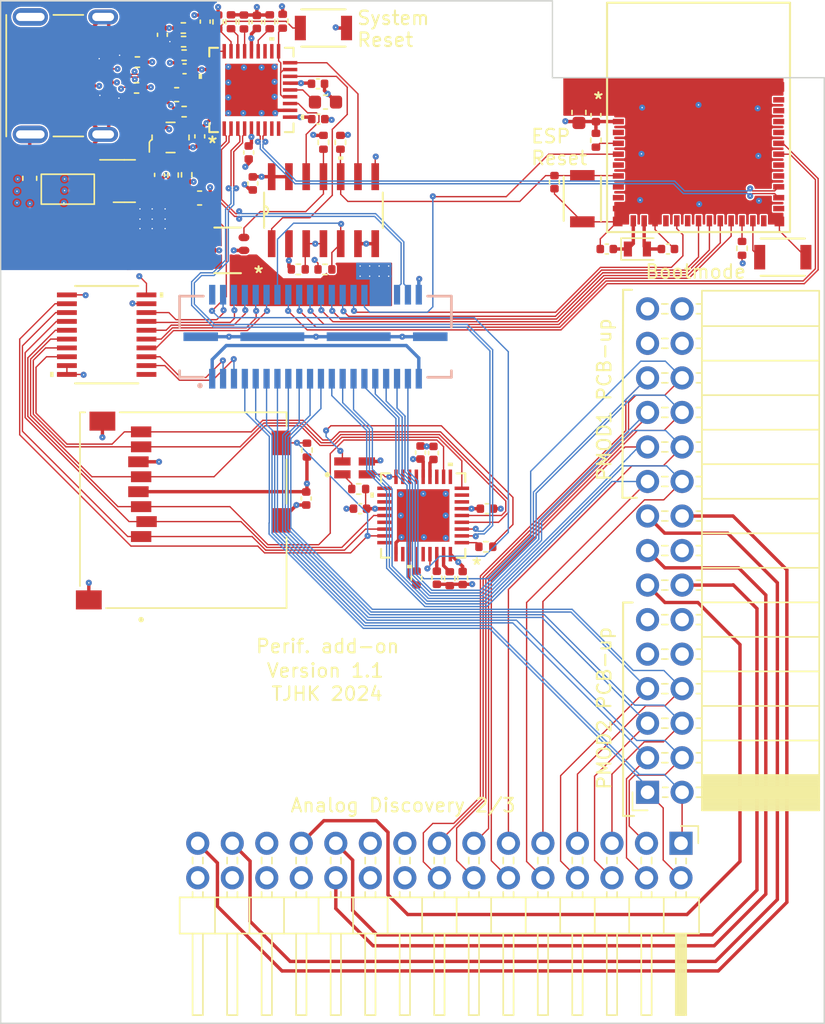
<source format=kicad_pcb>
(kicad_pcb (version 20221018) (generator pcbnew)
  (layers (0 "F.Cu" signal) (1 "In1.Cu" signal) (2 "In2.Cu" signal) (31 "B.Cu" signal) (34 "B.Paste" user) (35 "F.Paste" user) (36 "B.SilkS" user "B.Silkscreen") (37 "F.SilkS" user "F.Silkscreen") (38 "B.Mask" user) (39 "F.Mask" user) (44 "Edge.Cuts" user))
  (net 0 "")
  (net 1 "Net-(U1-OUT)")
  (net 2 "EnFPGA")
  (net 3 "UsbD-")
  (net 4 "UsbD+")
  (net 5 "+5V")
  (net 6 "GND")
  (net 7 "Net-(J1-Pad01)")
  (net 9 "+3.3V")
  (net 10 "Net-(U3-CRFILT)")
  (net 11 "Net-(U4-FB)")
  (net 12 "Net-(U3-PLLFILT)")
  (net 13 "Net-(U3-RESET_N)")
  (net 16 "Net-(J2-CC1)")
  (net 17 "D1+")
  (net 18 "D1-")
  (net 24 "Net-(J2-CC2)")
  (net 28 "Net-(U4-SW)")
  (net 29 "Net-(U3-OCS_N1)")
  (net 30 "Net-(U3-SUSP_IND{slash}LOCAL_PWR{slash}NON_REM0)")
  (net 31 "Net-(U3-HS_IND{slash}CFG_SEL1)")
  (net 32 "Net-(U3-SCL{slash}SMBCLK{slash}CFG_SEL0)")
  (net 33 "Net-(U3-SDA{slash}SMBDATA{slash}NON_REM1)")
  (net 34 "Net-(U3-RBIAS)")
  (net 35 "Net-(U3-VBUS_DET)")
  (net 36 "FPGADrive")
  (net 42 "Clock24MHz")
  (net 58 "Net-(U5-IO1)")
  (net 59 "Net-(U5-IO0)")
  (net 60 "EspEnable")
  (net 61 "Net-(U5-IO2)")
  (net 62 "ESP32Drive")
  (net 63 "EspD-")
  (net 64 "EspD+")
  (net 65 "Net-(U5-IO8)")
  (net 66 "Net-(U5-IO9)")
  (net 67 "EspTxd")
  (net 68 "EspRxd")
  (net 69 "EspIO7")
  (net 70 "EspIO6")
  (net 71 "EspIO5")
  (net 72 "EspIO4")
  (net 73 "EspIO10")
  (net 74 "EspIO3")
  (net 75 "Net-(U6-VDD18PLL)")
  (net 76 "Net-(U6-TXD{slash}SCK)")
  (net 77 "Net-(U6-RBIAS)")
  (net 92 "SDCnReset")
  (net 93 "SDCnResetDrive")
  (net 94 "SdcD-")
  (net 95 "SdcD+")
  (net 96 "SdD2")
  (net 97 "SdD3")
  (net 98 "SdCmd")
  (net 99 "SdClk")
  (net 100 "SdD0")
  (net 101 "SdD1")
  (net 102 "SdnDet")
  (net 103 "Net-(U6-VDD18)")
  (net 104 "Net-(D1-Pad1)")
  (net 105 "Net-(D1-Pad4)")
  (net 106 "Net-(U6-LED)")
  (net 107 "SDCReset")
  (net 108 "PMOD1_1")
  (net 109 "PMOD1_7")
  (net 110 "PMOD1_2")
  (net 111 "PMOD1_8")
  (net 112 "PMOD1_3")
  (net 113 "PMOD1_9")
  (net 114 "PMOD1_4")
  (net 115 "PMOD1_10")
  (net 116 "PMOD2_1")
  (net 117 "PMOD2_7")
  (net 118 "PMOD2_2")
  (net 119 "PMOD2_8")
  (net 120 "PMOD2_3")
  (net 121 "PMOD2_9")
  (net 122 "PMOD2_4")
  (net 123 "PMOD2_10")
  (net 124 "VREF")
  (net 125 "ADC_ChanA")
  (net 126 "ADC_ChanB")
  (net 127 "DAC_ChanA")
  (net 128 "DAC_ChanB")
  (net 132 "SdnDetB")
  (net 133 "SdD2B")
  (net 134 "SdD3B")
  (net 135 "SdD0B")
  (net 136 "SdD1B")
  (net 137 "SdCmdB")
  (net 138 "SdClkB")
  (footprint "Resistor_SMD:R_0402_1005Metric" (layer "F.Cu") (at 99.4 46.4 180)
    (fp_text reference "R2" hide)
    (fp_text value "5k1" hide)
  )
  (footprint "Capacitor_SMD:C_0402_1005Metric" (layer "F.Cu") (at 130.15 53.33 -90)
    (fp_text reference "C19" hide)
    (fp_text value "100n" hide)
  )
  (footprint "Capacitor_SMD:C_0402_1005Metric" (layer "F.Cu") (at 138.5 58.25)
    (fp_text reference "C16" hide)
    (fp_text value "9pF" hide)
  )
  (footprint "Resistor_SMD:R_0402_1005Metric" (layer "F.Cu") (at 115.7441 75.9 180)
    (fp_text reference "R22" hide)
    (fp_text value "768R" hide)
  )
  (footprint "addOnTemplate:ESP32-C3-MINI-1_EXP" (layer "F.Cu") (at 140.75 48.5699)
    (fp_text reference "U5" hide)
    (fp_text value "ESP32-C3-MINI-1-N4" hide)
  )
  (footprint "cpuAddOn:SW_B3U-1000P_OMR" (layer "F.Cu") (at 113.15 41.9948)
    (fp_text reference "SW1" hide)
    (fp_text value "B3U-1000P[]" hide)
  )
  (footprint "Capacitor_SMD:C_0402_1005Metric" (layer "F.Cu") (at 111.885 76.6 90)
    (fp_text reference "C20" hide)
    (fp_text value "100n" hide)
  )
  (footprint "Capacitor_SMD:C_0402_1005Metric" (layer "F.Cu") (at 121.4941 82.43 -90)
    (fp_text reference "C21" hide)
    (fp_text value "1uF" hide)
  )
  (footprint "Capacitor_SMD:C_0402_1005Metric" (layer "F.Cu") (at 112.77 48.6948)
    (fp_text reference "C8" hide)
    (fp_text value "100n" hide)
  )
  (footprint "Resistor_SMD:R_0402_1005Metric" (layer "F.Cu") (at 114.4 50.4 -90)
    (fp_text reference "R5" hide)
    (fp_text value "10k" hide)
  )
  (footprint "Resistor_SMD:R_0402_1005Metric" (layer "F.Cu") (at 143.95 58.2 -90)
    (fp_text reference "R18" hide)
    (fp_text value "10k" hide)
  )
  (footprint "Connector_PinHeader_2.54mm:PinHeader_2x15_P2.54mm_Horizontal" (layer "F.Cu") (at 139.46 101.96 -90)
    (fp_text reference "J4" hide)
    (fp_text value "Conn_02x15_Odd_Even" hide)
  )
  (footprint "Crystal:Crystal_SMD_2012-2Pin_2.0x1.2mm" (layer "F.Cu") (at 136.25 58.25)
    (fp_text reference "Y1" hide)
    (fp_text value "RT2012-32.768-9-20-EXT-TR" hide)
  )
  (footprint "cpuAddOn:MOLEX_105450-0101" (layer "F.Cu") (at 93.58 45.5 -90)
    (fp_text reference "J2" hide)
    (fp_text value "105450-0101" hide)
  )
  (footprint "cpuAddOn:D14" (layer "F.Cu") (at 113.15 55.3948 90)
    (fp_text reference "U2" hide)
    (fp_text value "SN74HC266DR" hide)
  )
  (footprint "Resistor_SMD:R_0402_1005Metric" (layer "F.Cu") (at 106.35 41.5348 -90)
    (fp_text reference "R10" hide)
    (fp_text value "10k" hide)
  )
  (footprint "Resistor_SMD:R_0402_1005Metric" (layer "F.Cu") (at 125.1 80.15)
    (fp_text reference "R23" hide)
    (fp_text value "330R" hide)
  )
  (footprint "Resistor_SMD:R_0402_1005Metric" (layer "F.Cu") (at 113.26 59.75 180)
    (fp_text reference "R24" hide)
    (fp_text value "10k" hide)
  )
  (footprint "Capacitor_SMD:C_0402_1005Metric" (layer "F.Cu") (at 112.75 46.0948)
    (fp_text reference "C4" hide)
    (fp_text value "100n" hide)
  )
  (footprint "Capacitor_SMD:C_0402_1005Metric" (layer "F.Cu") (at 107.95 53.4248 -90)
    (fp_text reference "C5" hide)
    (fp_text value "100n" hide)
  )
  (footprint "Capacitor_SMD:C_0402_1005Metric" (layer "F.Cu") (at 121.2441 73.25 90)
    (fp_text reference "C25" hide)
    (fp_text value "1uF" hide)
  )
  (footprint "Package_TO_SOT_SMD:SOT-23-5" (layer "F.Cu") (at 98.5 53.25)
    (fp_text reference "U4" hide)
    (fp_text value "NCP1529A" hide)
  )
  (footprint "cpuAddOn:SW_B3U-1000P_OMR" (layer "F.Cu") (at 132.2 54.55 -90)
    (fp_text reference "SW2" hide)
    (fp_text value "B3U-1000P[]" hide)
  )
  (footprint "Resistor_SMD:R_0402_1005Metric" (layer "F.Cu") (at 119.9941 82.45 -90)
    (fp_text reference "R20" hide)
    (fp_text value "10k" hide)
  )
  (footprint "Capacitor_SMD:C_0402_1005Metric" (layer "F.Cu") (at 134 58.25 180)
    (fp_text reference "C17" hide)
    (fp_text value "9pF" hide)
  )
  (footprint "cpuAddOn:SW_B3U-1000P_OMR" (layer "F.Cu") (at 146.95 58.85)
    (fp_text reference "SW3" hide)
    (fp_text value "B3U-1000P[]" hide)
  )
  (footprint "Resistor_SMD:R_0402_1005Metric" (layer "F.Cu") (at 105.4 41.5448 90)
    (fp_text reference "R16" hide)
    (fp_text value "100k" hide)
  )
  (footprint "Capacitor_SMD:C_0603_1608Metric" (layer "F.Cu") (at 102.35 46.8948 180)
    (fp_text reference "C12" hide)
    (fp_text value "C1608X5R0J106M080AB" hide)
  )
  (footprint "Capacitor_SMD:C_0402_1005Metric" (layer "F.Cu") (at 115.8441 77.35 180)
    (fp_text reference "C23" hide)
    (fp_text value "100n" hide)
  )
  (footprint "Capacitor_SMD:C_0402_1005Metric" (layer "F.Cu") (at 104.45 41.5248 90)
    (fp_text reference "C14" hide)
    (fp_text value "100n" hide)
  )
  (footprint "Resistor_SMD:R_0402_1005Metric" (layer "F.Cu") (at 102.84 41.9948)
    (fp_text reference "R15" hide)
    (fp_text value "100k" hide)
  )
  (footprint "Resistor_SMD:R_0402_1005Metric" (layer "F.Cu") (at 102.0875 52.81 90)
    (fp_text reference "R7" hide)
    (fp_text value "680k" hide)
  )
  (footprint "Capacitor_SMD:C_0402_1005Metric" (layer "F.Cu") (at 107.65 51.15 -90)
    (fp_text reference "C2" hide)
    (fp_text value "100n" hide)
  )
  (footprint "Resistor_SMD:R_0402_1005Metric" (layer "F.Cu") (at 122.4441 82.5 -90)
    (fp_text reference "R21" hide)
    (fp_text value "10k" hide)
  )
  (footprint "Capacitor_SMD:C_0402_1005Metric" (layer "F.Cu") (at 120.2941 73.22 90)
    (fp_text reference "C26" hide)
    (fp_text value "100n" hide)
  )
  (footprint "Capacitor_SMD:C_0402_1005Metric" (layer "F.Cu") (at 108.25 41.55 90)
    (fp_text reference "C6" hide)
    (fp_text value "100n" hide)
  )
  (footprint "Resistor_SMD:R_0402_1005Metric" (layer "F.Cu") (at 113.15 50.4 -90)
    (fp_text reference "R4" hide)
    (fp_text value "10k" hide)
  )
  (footprint "Resistor_SMD:R_0402_1005Metric" (layer "F.Cu") (at 133.2 50.25 90)
    (fp_text reference "R17" hide)
    (fp_text value "10k" hide)
  )
  (footprint "Connector_PinSocket_2.54mm:PinSocket_2x15_P2.54mm_Horizontal" (layer "F.Cu") (at 137 98.21 180)
    (fp_text reference "J5" hide)
    (fp_text value "Conn_02x15_Odd_Even" hide)
  )
  (footprint "addOnTemplate:TSSOP20_TOS" (layer "F.Cu") (at 97.2 64.55)
    (fp_text reference "U7" hide)
    (fp_text value "TC7MBL3245CFTEL" hide)
  )
  (footprint "Resistor_SMD:R_0402_1005Metric" (layer "F.Cu") (at 99.46 44.5 180)
    (fp_text reference "R1" hide)
    (fp_text value "5k1" hide)
  )
  (footprint "Resistor_SMD:R_0402_1005Metric" (layer "F.Cu") (at 102.9 43.9948)
    (fp_text reference "R9" hide)
    (fp_text value "10k" hide)
  )
  (footprint "Resistor_SMD:R_0402_1005Metric" (layer "F.Cu") (at 109.2 41.5348 -90)
    (fp_text reference "R12" hide)
    (fp_text value "10k" hide)
  )
  (footprint "cpuAddOn:LQM2HPN2R2MJ0L" (layer "F.Cu") (at 94.2375 53.85 180)
    (fp_text reference "L1" hide)
    (fp_text value "LQM2HPN2R2MJ0L" hide)
  )
  (footprint "Capacitor_SMD:C_0603_1608Metric" (layer "F.Cu") (at 91.5375 53.05 90)
    (fp_text reference "C11" hide)
    (fp_text value "C1608X5R0J106M080AB" hide)
  )
  (footprint "Resistor_SMD:R_0402_1005Metric" (layer "F.Cu") (at 102.86 42.9948 180)
    (fp_text reference "R14" hide)
    (fp_text value "100k" hide)
  )
  (footprint "Resistor_SMD:R_0402_1005Metric" (layer "F.Cu") (at 102.9 48.1448)
    (fp_text reference "R13" hide)
    (fp_text value "12k" hide)
  )
  (footprint "addOnTemplate:AMPHENOL_GTFP08431BEU" (layer "F.Cu") (at 96.885 77.46 -90)
    (fp_text reference "J3" hide)
    (fp_text value "GTFP08431BEU" hide)
  )
  (footprint "Oscillator:Oscillator_SMD_ECS_2520MV-xxx-xx-4Pin_2.5x2.0mm" (layer "F.Cu") (at 101.9 50.0448 90)
    (fp_text reference "X1" hide)
    (fp_text value "ECS-2520MV-240-BL-TR" hide)
  )
  (footprint "MountingHole:MountingHole_2.7mm_M2.5" (layer "F.Cu") (at 125.2 43.95)
    (fp_text reference "REF**" hide)
    (fp_text value "MountingHole_2.7mm_M2.5" hide)
  )
  (footprint "Capacitor_SMD:C_0402_1005Metric" (layer "F.Cu") (at 101.3 42.4948 90)
    (fp_text reference "C13" hide)
    (fp_text value "100n" hide)
  )
  (footprint "Resistor_SMD:R_0402_1005Metric" (layer "F.Cu") (at 111.3 59.7448 180)
    (fp_text reference "R3" hide)
    (fp_text value "10k" hide)
  )
  (footprint "addOnTemplate:LED_APHBM2012SURKCGKC" (layer "F.Cu") (at 115.4441 74.35 180)
    (fp_text reference "D1" hide)
    (fp_text value "APHBM2012SURKCGKC" hide)
  )
  (footprint "addOnTemplate:QFN36_6X6MC_MCH" (layer "F.Cu") (at 120.4889 77.85 180)
    (fp_text reference "U6" hide)
    (fp_text value "USB2244-AEZG-06" hide)
  )
  (footprint "MountingHole:MountingHole_2.7mm_M2.5" (layer "F.Cu") (at 98.5 99.4)
    (fp_text reference "REF**" hide)
    (fp_text value "MountingHole_2.7mm_M2.5" hide)
  )
  (footprint "Capacitor_SMD:C_0402_1005Metric" (layer "F.Cu") (at 133.2 48.4 -90)
    (fp_text reference "C15" hide)
    (fp_text value "100n" hide)
  )
  (footprint "Capacitor_SMD:C_0603_1608Metric" (layer "F.Cu") (at 131.95 48.2 90)
    (fp_text reference "C18" hide)
    (fp_text value "C1608X5R0J106M080AB" hide)
  )
  (footprint "Capacitor_SMD:C_0402_1005Metric" (layer "F.Cu") (at 123.3941 82.45 -90)
    (fp_text reference "C22" hide)
    (fp_text value "100n" hide)
  )
  (footprint "Capacitor_SMD:C_0603_1608Metric" (layer "F.Cu") (at 113.3 47.4448)
    (fp_text reference "C3" hide)
    (fp_text value "C1608X5R0J106M080AB" hide)
  )
  (footprint "Resistor_SMD:R_0402_1005Metric" (layer "F.Cu") (at 103.0875 52.79 -90)
    (fp_text reference "R8" hide)
    (fp_text value "150k" hide)
  )
  (footprint "Capacitor_SMD:C_0402_1005Metric" (layer "F.Cu") (at 104.05 49.9648 -90)
    (fp_text reference "C1" hide)
    (fp_text value "100n" hide)
  )
  (footprint "Capacitor_SMD:C_0402_1005Metric" (layer "F.Cu") (at 101.0875 52.8 90)
    (fp_text reference "C10" hide)
    (fp_text value "18p" hide)
  )
  (footprint "Resistor_SMD:R_0402_1005Metric" (layer "F.Cu") (at 111.935 73.04 -90)
    (fp_text reference "R19" hide)
    (fp_text value "10k" hide)
  )
  (footprint "Capacitor_SMD:C_0603_1608Metric" (layer "F.Cu") (at 104.0375 54.5)
    (fp_text reference "C9" hide)
    (fp_text value "C1608X5R0J106M080AB" hide)
  )
  (footprint "cpuAddOn:QFN36_6X6MC_MCH" (layer "F.Cu") (at 107.85 46.55 90)
    (fp_text reference "U3" hide)
    (fp_text value "USB2513B-AEZC" hide)
  )
  (footprint "Resistor_SMD:R_0402_1005Metric" (layer "F.Cu") (at 107.3 41.55 -90)
    (fp_text reference "R11" hide)
    (fp_text value "10k" hide)
  )
  (footprint "Resistor_SMD:R_0402_1005Metric" (layer "F.Cu") (at 110.15 41.4948 90)
    (fp_text reference "R6" hide)
    (fp_text value "10k" hide)
  )
  (footprint "cpuAddOn:SOT26_DIO" (layer "F.Cu") (at 106.1 58.35 180)
    (fp_text reference "U1" hide)
    (fp_text value "AP2281-3WG-7" hide)
  )
  (footprint "Capacitor_SMD:C_0402_1005Metric" (layer "F.Cu") (at 102.93 44.9948 180)
    (fp_text reference "C7" hide)
    (fp_text value "100n" hide)
  )
  (footprint "Capacitor_SMD:C_0402_1005Metric" (layer "F.Cu") (at 125.1741 77.35)
    (fp_text reference "C24" hide)
    (fp_text value "100n" hide)
  )
  (footprint "addOnTemplate:SAMTEC_QTE-020-01-X-D-A" (layer "B.Cu") (at 112.565 64.7)
    (fp_text reference "J1" hide)
    (fp_text value "QTE-020-01-X-D-A" hide)
  )
  (gr_line (start 135.15 76.55) (end 136.2 76.55) (stroke (width 0.15)) (layer "F.SilkS"))
  (gr_line (start 135.2 84.25) (end 135.2 99.95) (stroke (width 0.15)) (layer "F.SilkS"))
  (gr_line (start 135.2 99.95) (end 136 99.95) (stroke (width 0.15)) (layer "F.SilkS"))
  (gr_line (start 135.9 84.25) (end 135.2 84.25) (stroke (width 0.15)) (layer "F.SilkS"))
  (gr_line (start 135.85 61.25) (end 135.2 61.25) (stroke (width 0.15)) (layer "F.SilkS"))
  (gr_line (start 135.2 61.25) (end 135.15 76.55) (stroke (width 0.15)) (layer "F.SilkS"))
  (gr_line (start 150 115.2) (end 150 45.65) (stroke (width 0.1)) (layer "Edge.Cuts"))
  (gr_line (start 89.4 115.2) (end 150 115.2) (stroke (width 0.1)) (layer "Edge.Cuts"))
  (gr_line (start 130 40) (end 89.4 40) (stroke (width 0.1)) (layer "Edge.Cuts"))
  (gr_line (start 89.4 40) (end 89.4 115.2) (stroke (width 0.1)) (layer "Edge.Cuts"))
  (gr_line (start 150 45.65) (end 130 45.65) (stroke (width 0.1)) (layer "Edge.Cuts"))
  (gr_line (start 130 45.65) (end 130 40) (stroke (width 0.1)) (layer "Edge.Cuts"))
  (gr_text "ESP\nReset" (at 128.35 52.15) (layer "F.SilkS") (effects (font (size 1 1)) (justify left bottom)))
  (gr_text "PMOD1 PCB-up" (at 134.4 75.4 90) (layer "F.SilkS") (effects (font (size 1 1)) (justify left bottom)))
  (gr_text "TJHK 2024\n" (at 109.25 91.55) (layer "F.SilkS") (effects (font (size 1 1)) (justify left bottom)))
  (gr_text "Bootmode" (at 136.75 60.5) (layer "F.SilkS") (effects (font (size 1 1)) (justify left bottom)))
  (gr_text "*" (at 104.5 51.1) (layer "F.SilkS") (effects (font (size 1 1)) (justify left bottom)))
  (gr_text "Analog Discovery 2/3\n" (at 110.65 99.75) (layer "F.SilkS") (effects (font (size 1 1)) (justify left bottom)))
  (gr_text "PMOD2 PCB-up" (at 134.4 98.1 90) (layer "F.SilkS") (effects (font (size 1 1)) (justify left bottom)))
  (gr_text "Perif. add-on" (at 108.1 88.05) (layer "F.SilkS") (effects (font (size 1 1)) (justify left bottom)))
  (gr_text "System\nReset" (at 115.55 43.45) (layer "F.SilkS") (effects (font (size 1 1)) (justify left bottom)))
  (gr_text "*\n" (at 132.9 47.85) (layer "F.SilkS") (effects (font (size 1 1)) (justify left bottom)))
  (gr_text "*" (at 107.9 60.65) (layer "F.SilkS") (effects (font (size 1 1)) (justify left bottom)))
  (gr_text "*" (at 123.95 82.1) (layer "F.SilkS") (effects (font (size 1 1)) (justify left bottom)))
  (gr_text "Version 1.1\n\n" (at 108.9 91.45) (layer "F.SilkS") (effects (font (size 1 1)) (justify left bottom)))
  (via (at 117.25 60.25) (size 0.45) (drill 0.1) (layers "F.Cu" "B.Cu") (net 1))
  (via (at 117.95 60.25) (size 0.45) (drill 0.1) (layers "F.Cu" "B.Cu") (net 1))
  (via (at 115.85 60.25) (size 0.45) (drill 0.1) (layers "F.Cu" "B.Cu") (net 1))
  (via (at 116.55 59.5) (size 0.45) (drill 0.1) (layers "F.Cu" "B.Cu") (net 1))
  (via (at 115.85 59.5) (size 0.45) (drill 0.1) (layers "F.Cu" "B.Cu") (net 1))
  (via (at 116.55 60.25) (size 0.45) (drill 0.1) (layers "F.Cu" "B.Cu") (net 1))
  (via (at 117.25 59.5) (size 0.45) (drill 0.1) (layers "F.Cu" "B.Cu") (net 1))
  (via (at 117.95 59.5) (size 0.45) (drill 0.1) (layers "F.Cu" "B.Cu") (net 1))
  (segment (start 113.15 50.91) (end 113.15 52.931) (width 0.1) (layer "F.Cu") (net 2))
  (segment (start 113.15 52.931) (end 113.15 54.2) (width 0.1) (layer "F.Cu") (net 2))
  (segment (start 108.5 55.5) (end 107.3 56.7) (width 0.1) (layer "F.Cu") (net 2))
  (segment (start 107.3 56.7) (end 107.3 57.399999) (width 0.1) (layer "F.Cu") (net 2))
  (segment (start 111.85 55.5) (end 108.5 55.5) (width 0.1) (layer "F.Cu") (net 2))
  (segment (start 113.15 54.2) (end 111.85 55.5) (width 0.1) (layer "F.Cu") (net 2))
  (segment (start 105.849999 49.8012) (end 106 49.951201) (width 0.1) (layer "F.Cu") (net 3))
  (segment (start 105.849999 49.3948) (end 105.849999 49.8012) (width 0.1) (layer "F.Cu") (net 3))
  (segment (start 106.775 55.85) (end 106.95 56.025) (width 0.1) (layer "F.Cu") (net 3))
  (segment (start 106 49.951201) (end 106 50.308578) (width 0.1) (layer "F.Cu") (net 3))
  (segment (start 106.608578 55.85) (end 106.775 55.85) (width 0.1) (layer "F.Cu") (net 3))
  (segment (start 105.45 50.858578) (end 105.45 54.691422) (width 0.1) (layer "F.Cu") (net 3))
  (segment (start 105.45 54.691422) (end 106.608578 55.85) (width 0.1) (layer "F.Cu") (net 3))
  (segment (start 106 50.308578) (end 105.45 50.858578) (width 0.1) (layer "F.Cu") (net 3))
  (via (at 106.95 56.025) (size 0.45) (drill 0.1) (layers "F.Cu" "B.Cu") (net 3))
  (segment (start 118.865 60.815) (end 118.565 61.115) (width 0.1) (layer "B.Cu") (net 3))
  (segment (start 118.565 61.115) (end 118.565 61.61) (width 0.1) (layer "B.Cu") (net 3))
  (segment (start 106.95 56.025) (end 107.125 55.85) (width 0.1) (layer "B.Cu") (net 3))
  (segment (start 118.865 57.806422) (end 118.865 60.815) (width 0.1) (layer "B.Cu") (net 3))
  (segment (start 107.125 55.85) (end 116.908578 55.85) (width 0.1) (layer "B.Cu") (net 3))
  (segment (start 116.908578 55.85) (end 118.865 57.806422) (width 0.1) (layer "B.Cu") (net 3))
  (segment (start 106.775 55.65) (end 106.95 55.475) (width 0.1) (layer "F.Cu") (net 4))
  (segment (start 106.199999 50.391423) (end 105.65 50.941422) (width 0.1) (layer "F.Cu") (net 4))
  (segment (start 106.199999 49.951201) (end 106.199999 50.391423) (width 0.1) (layer "F.Cu") (net 4))
  (segment (start 105.65 54.608578) (end 106.691422 55.65) (width 0.1) (layer "F.Cu") (net 4))
  (segment (start 105.65 50.941422) (end 105.65 54.608578) (width 0.1) (layer "F.Cu") (net 4))
  (segment (start 106.35 49.3948) (end 106.35 49.8012) (width 0.1) (layer "F.Cu") (net 4))
  (segment (start 106.691422 55.65) (end 106.775 55.65) (width 0.1) (layer "F.Cu") (net 4))
  (segment (start 106.35 49.8012) (end 106.199999 49.951201) (width 0.1) (layer "F.Cu") (net 4))
  (via (at 106.95 55.475) (size 0.45) (drill 0.1) (layers "F.Cu" "B.Cu") (net 4))
  (segment (start 119.365 61.115) (end 119.365 61.61) (width 0.1) (layer "B.Cu") (net 4))
  (segment (start 106.95 55.475) (end 107.125 55.65) (width 0.1) (layer "B.Cu") (net 4))
  (segment (start 119.065 57.723578) (end 119.065 60.815) (width 0.1) (layer "B.Cu") (net 4))
  (segment (start 119.065 60.815) (end 119.365 61.115) (width 0.1) (layer "B.Cu") (net 4))
  (segment (start 116.991422 55.65) (end 119.065 57.723578) (width 0.1) (layer "B.Cu") (net 4))
  (segment (start 107.125 55.65) (end 116.991422 55.65) (width 0.1) (layer "B.Cu") (net 4))
  (segment (start 97.7375 52.3) (end 99.6375 54.2) (width 0.25) (layer "F.Cu") (net 5))
  (segment (start 96.5 46.75) (end 96.7 46.95) (width 0.25) (layer "F.Cu") (net 5))
  (segment (start 97.95 47) (end 98.1 47.15) (width 0.25) (layer "F.Cu") (net 5))
  (segment (start 101.32 42.9948) (end 101.3 42.9748) (width 0.25) (layer "F.Cu") (net 5))
  (segment (start 97.35 47) (end 97.95 47) (width 0.25) (layer "F.Cu") (net 5))
  (segment (start 97.3625 52.3) (end 97.7375 52.3) (width 0.25) (layer "F.Cu") (net 5))
  (segment (start 96.05 44.25) (end 96.65 44.25) (width 0.25) (layer "F.Cu") (net 5))
  (segment (start 96.05 46.75) (end 96.5 46.75) (width 0.25) (layer "F.Cu") (net 5))
  (segment (start 102.35 42.9948) (end 101.32 42.9948) (width 0.25) (layer "F.Cu") (net 5))
  (segment (start 97.35 44) (end 98.15 44) (width 0.25) (layer "F.Cu") (net 5))
  (via (at 96.65 44.25) (size 0.45) (drill 0.1) (layers "F.Cu" "B.Cu") (net 5))
  (via (at 100.55 56.05) (size 0.45) (drill 0.1) (layers "F.Cu" "B.Cu") (net 5))
  (via (at 96.7 46.95) (size 0.45) (drill 0.1) (layers "F.Cu" "B.Cu") (net 5))
  (via (at 100.55 55.3) (size 0.45) (drill 0.1) (layers "F.Cu" "B.Cu") (net 5))
  (via (at 98.1 47.15) (size 0.45) (drill 0.1) (layers "F.Cu" "B.Cu") (net 5))
  (via (at 101.5 56.75) (size 0.45) (drill 0.1) (layers "F.Cu" "B.Cu") (net 5))
  (via (at 101.5 56.05) (size 0.45) (drill 0.1) (layers "F.Cu" "B.Cu") (net 5))
  (via (at 99.65 55.3) (size 0.45) (drill 0.1) (layers "F.Cu" "B.Cu") (net 5))
  (via (at 98.15 44) (size 0.45) (drill 0.1) (layers "F.Cu" "B.Cu") (net 5))
  (via (at 99.65 56.75) (size 0.45) (drill 0.1) (layers "F.Cu" "B.Cu") (net 5))
  (via (at 99.65 56.05) (size 0.45) (drill 0.1) (layers "F.Cu" "B.Cu") (net 5))
  (via (at 100.55 56.75) (size 0.45) (drill 0.1) (layers "F.Cu" "B.Cu") (net 5))
  (via (at 101.85 42.9948) (size 0.45) (drill 0.1) (layers "F.Cu" "B.Cu") (net 5))
  (via (at 101.5 55.3) (size 0.45) (drill 0.1) (layers "F.Cu" "B.Cu") (net 5))
  (segment (start 107.3 58.35) (end 106.55 58.35) (width 0.25) (layer "F.Cu") (net 6))
  (segment (start 115.69 57.8586) (end 116.96 57.8586) (width 0.25) (layer "F.Cu") (net 6))
  (segment (start 109.1848 41.04) (end 109.2 41.0248) (width 0.25) (layer "F.Cu") (net 6))
  (segment (start 102.825 50.7698) (end 103.725 50.7698) (width 0.25) (layer "F.Cu") (net 6))
  (segment (start 96.05 48.6) (end 96.05 48.93) (width 0.25) (layer "F.Cu") (net 6))
  (segment (start 107.95 53.9048) (end 107.7548 53.9048) (width 0.25) (layer "F.Cu") (net 6))
  (segment (start 130.15 54.200002) (end 132.2 56.250002) (width 0.1) (layer "F.Cu") (net 6))
  (segment (start 133.52 58.25) (end 133.52 57.505) (width 0.1) (layer "F.Cu") (net 6))
  (segment (start 119.488899 78.850001) (end 120.4889 77.85) (width 0.25) (layer "F.Cu") (net 6))
  (segment (start 103.725 50.7698) (end 104.05 50.4448) (width 0.25) (layer "F.Cu") (net 6))
  (segment (start 97.35 49.41) (end 96.94 49.82) (width 0.25) (layer "F.Cu") (net 6))
  (segment (start 107.3 41.04) (end 109.1848 41.04) (width 0.25) (layer "F.Cu") (net 6))
  (segment (start 116.3441 73.875) (end 117.2691 73.875) (width 0.25) (layer "F.Cu") (net 6))
  (segment (start 113.23 46.0948) (end 113.23 46.5998) (width 0.25) (layer "F.Cu") (net 6))
  (segment (start 102.33 41.9948) (end 101.32 41.9948) (width 0.25) (layer "F.Cu") (net 6))
  (segment (start 118.8941 79.45) (end 118.8941 79.4448) (width 0.25) (layer "F.Cu") (net 6))
  (segment (start 91.5375 49.8625) (end 91.58 49.82) (width 0.25) (layer "F.Cu") (net 6))
  (segment (start 97.35 41.59) (end 96.94 41.18) (width 0.25) (layer "F.Cu") (net 6))
  (segment (start 110.6948 48.05) (end 109.8 48.05) (width 0.25) (layer "F.Cu") (net 6))
  (segment (start 119.488899 80.6948) (end 119.488899 78.850001) (width 0.25) (layer "F.Cu") (net 6))
  (segment (start 102.45 44.55) (end 101.85 44.55) (width 0.25) (layer "F.Cu") (net 6))
  (segment (start 107.65 51.95) (end 107.4 52.2) (width 0.25) (layer "F.Cu") (net 6))
  (segment (start 124.0841 82.91) (end 124.0941 82.9) (width 0.25) (layer "F.Cu") (net 6))
  (segment (start 102.45 44.9948) (end 102.45 44.55) (width 0.25) (layer "F.Cu") (net 6))
  (segment (start 107.65 51.63) (end 107.65 51.95) (width 0.25) (layer "F.Cu") (net 6))
  (segment (start 95.625 61.625) (end 95.65 61.65) (width 0.1) (layer "F.Cu") (net 6))
  (segment (start 96.2 52.334486) (end 96.2 50.56) (width 0.25) (layer "F.Cu") (net 6))
  (segment (start 94.27265 61.625) (end 95.625 61.625) (width 0.1) (layer "F.Cu") (net 6))
  (segment (start 113.25 48.6948) (end 113.6948 48.6948) (width 0.25) (layer "F.Cu") (net 6))
  (segment (start 119.4491 82.415) (end 119.4491 80.734599) (width 0.25) (layer "F.Cu") (net 6))
  (segment (start 119.9941 82.96) (end 119.4491 82.415) (width 0.25) (layer "F.Cu") (net 6))
  (segment (start 120.3241 72.77) (end 120.2941 72.74) (width 0.25) (layer "F.Cu") (net 6))
  (segment (start 101.05 73.9) (end 99.535 73.9) (width 0.25) (layer "F.Cu") (net 6))
  (segment (start 96.05 48.93) (end 96.94 49.82) (width 0.25) (layer "F.Cu") (net 6))
  (segment (start 97.35 42.5) (end 97.35 41.59) (width 0.25) (layer "F.Cu") (net 6))
  (segment (start 117.2691 73.875) (end 117.3441 73.8) (width 0.25) (layer "F.Cu") (net 6))
  (segment (start 103.6552 41.0448) (end 103.65 41.05) (width 0.25) (layer "F.Cu") (net 6))
  (segment (start 106.35 41.0248) (end 107.2848 41.0248) (width 0.25) (layer "F.Cu") (net 6))
  (segment (start 130.15 53.81) (end 130.15 54.200002) (width 0.1) (layer "F.Cu") (net 6))
  (segment (start 109.35 48.05) (end 107.85 46.55) (width 0.25) (layer "F.Cu") (net 6))
  (segment (start 96.05 42.4) (end 96.05 42.07) (width 0.25) (layer "F.Cu") (net 6))
  (segment (start 96.05 42.07) (end 96.94 41.18) (width 0.25) (layer "F.Cu") (net 6))
  (segment (start 109.4 48.05) (end 109.35 48.05) (width 0.25) (layer "F.Cu") (net 6))
  (segment (start 97.3625 53.25) (end 97.115514 53.25) (width 0.25) (layer "F.Cu") (net 6))
  (segment (start 107.2848 41.0248) (end 107.3 41.04) (width 0.25) (layer "F.Cu") (net 6))
  (segment (start 94.27265 66.824999) (end 94.27265 67.474998) (width 0.1) (layer "F.Cu") (net 6))
  (segment (start 104.8125 53.7125) (end 104.8125 54.5) (width 0.25) (layer "F.Cu") (net 6))
  (segment (start 95.474998 67.474998) (end 95.5 67.5) (width 0.1) (layer "F.Cu") (net 6))
  (segment (start 115.3641 77.35) (end 114.8441 77.35) (width 0.25) (layer "F.Cu") (net 6))
  (segment (start 94.27265 67.474998) (end 95.474998 67.474998) (width 0.1) (layer "F.Cu") (net 6))
  (segment (start 121.4941 82.91) (end 124.0841 82.91) (width 0.25) (layer "F.Cu") (net 6))
  (segment (start 108.25 41.07) (end 108.25 40.45) (width 0.25) (layer "F.Cu") (net 6))
  (segment (start 121.2441 72.77) (end 120.3241 72.77) (width 0.25) (layer "F.Cu") (net 6))
  (segment (start 101.32 41.9948) (end 101.3 42.0148) (width 0.25) (layer "F.Cu") (net 6))
  (segment (start 118.8889 79.45) (end 118.8941 79.45) (width 0.25) (layer "F.Cu") (net 6))
  (segment (start 95.885 84.06) (end 95.885 82.8) (width 0.25) (layer "F.Cu") (net 6))
  (segment (start 109.8 48.05) (end 109.6 48.25) (width 0.25) (layer "F.Cu") (net 6))
  (segment (start 101.575 47.3298) (end 102.39 48.1448) (width 0.25) (layer "F.Cu") (net 6))
  (segment (start 134.774998 56.250002) (end 134.8 56.225) (width 0.1) (layer "F.Cu") (net 6))
  (segment (start 138.98 58.25) (end 137.550001 56.820001) (width 0.1) (layer "F.Cu") (net 6))
  (segment (start 114.850002 41.9948) (end 114.0948 41.9948) (width 0.25) (layer "F.Cu") (net 6))
  (segment (start 109.6 48.25) (end 109.4 48.05) (width 0.25) (layer "F.Cu") (net 6))
  (segment (start 111.885 77.08) (end 111.165 77.08) (width 0.25) (layer "F.Cu") (net 6))
  (segment (start 125.6541 77.35) (end 126.1941 77.35) (width 0.25) (layer "F.Cu") (net 6))
  (segment (start 97.35 48.5) (end 97.35 49.41) (width 0.25) (layer "F.Cu") (net 6))
  (segment (start 133.52 57.505) (end 134.8 56.225) (width 0.1) (layer "F.Cu") (net 6))
  (segment (start 112.75 59.75) (end 112.75 59.3) (width 0.1) (layer "F.Cu") (net 6))
  (segment (start 118.488899 80.6948) (end 118.488899 79.850001) (width 0.25) (layer "F.Cu") (net 6))
  (segment (start 102.45 44.55) (end 102.45 44.0548) (width 0.25) (layer "F.Cu") (net 6))
  (segment (start 148.650002 58.85) (end 146.7 56.899998) (width 0.1) (layer "F.Cu") (net 6))
  (segment (start 104.9 58.35) (end 105.4755 58.35) (width 0.25) (layer "F.Cu") (net 6))
  (segment (start 91.5375 52.275) (end 91.5375 49.8625) (width 0.25) (layer "F.Cu") (net 6))
  (segment (start 111.165 77.08) (end 110.035 78.21) (width 0.25) (layer "F.Cu") (net 6))
  (segment (start 112.75 59.3) (end 112.5 59.05) (width 0.1) (layer "F.Cu") (net 6))
  (segment (start 96.885 70.91) (end 96.885 72.1) (width 0.25) (layer "F.Cu") (net 6))
  (segment (start 101.575 46.8948) (end 101.575 47.3298) (width 0.25) (layer "F.Cu") (net 6))
  (segment (start 107.75 51.85) (end 107.4 52.2) (width 0.25) (layer "F.Cu") (net 6))
  (segment (start 146.7 56.899998) (end 146.7 56.225) (width 0.1) (layer "F.Cu") (net 6))
  (segment (start 119.4491 80.734599) (end 119.488899 80.6948) (width 0.25) (layer "F.Cu") (net 6))
  (segment (start 107.75 51.6448) (end 107.75 51.85) (width 0.25) (layer "F.Cu") (net 6))
  (segment (start 113.23 46.5998) (end 114.075 47.4448) (width 0.25) (layer "F.Cu") (net 6))
  (segment (start 99.91 46.35) (end 100.45 46.35) (width 0.25) (layer "F.Cu") (net 6))
  (segment (start 132.2 56.250002) (end 134.774998 56.250002) (width 0.1) (layer "F.Cu") (net 6))
  (segment (start 99.97 44.5) (end 100.55 44.5) (width 0.25) (layer "F.Cu") (net 6))
  (segment (start 118.488899 79.850001) (end 118.8889 79.45) (width 0.25) (layer "F.Cu") (net 6))
  (segment (start 103.0875 53.3) (end 103.6 53.3) (width 0.25) (layer "F.Cu") (net 6))
  (segment (start 97.115514 53.25) (end 96.2 52.334486) (width 0.25) (layer "F.Cu") (net 6))
  (segment (start 118.8941 79.4448) (end 120.4889 77.85) (width 0.25) (layer "F.Cu") (net 6))
  (segment (start 102.45 44.0548) (end 102.39 43.9948) (width 0.25) (layer "F.Cu") (net 6))
  (segment (start 104.45 41.0448) (end 103.6552 41.0448) (width 0.25) (layer "F.Cu") (net 6))
  (segment (start 107.7548 53.9048) (end 107.35 53.5) (width 0.25) (layer "F.Cu") (net 6))
  (segment (start 137.550001 56.820001) (end 137.550001 56.175) (width 0.1) (layer "F.Cu") (net 6))
  (segment (start 113.6948 48.6948) (end 113.75 48.75) (width 0.25) (layer "F.Cu") (net 6))
  (segment (start 114.0948 41.9948) (end 114.05 41.95) (width 0.25) (layer "F.Cu") (net 6))
  (segment (start 96.2 50.56) (end 96.94 49.82) (width 0.25) (layer "F.Cu") (net 6))
  (via (at 108.6 48.25) (size 0.45) (drill 0.1) (layers "F.Cu" "B.Cu") (net 6))
  (via (at 95.885 82.8) (size 0.45) (drill 0.1) (layers "F.Cu" "B.Cu") (net 6))
  (via (at 118.8941 79.45) (size 0.45) (drill 0.1) (layers "F.Cu" "B.Cu") (net 6))
  (via (at 120.2 60.45) (size 0.45) (drill 0.1) (layers "F.Cu" "B.Cu") (net 6))
  (via (at 120.5441 79.45) (size 0.45) (drill 0.1) (layers "F.Cu" "B.Cu") (net 6))
  (via (at 109.55 47.05) (size 0.45) (drill 0.1) (layers "F.Cu" "B.Cu") (net 6))
  (via (at 107.25 48.25) (size 0.45) (drill 0.1) (layers "F.Cu" "B.Cu") (net 6))
  (via (at 101.85 44.55) (size 0.45) (drill 0.1) (layers "F.Cu" "B.Cu") (net 6))
  (via (at 118.95 64.7) (size 0.45) (drill 0.1) (layers "F.Cu" "B.Cu") (net 6))
  (via (at 122.1441 77.85) (size 0.45) (drill 0.1) (layers "F.Cu" "B.Cu") (net 6))
  (via (at 106.55 58.35) (size 0.45) (drill 0.1) (layers "F.Cu" "B.Cu") (net 6))
  (via (at 109.55 45.95) (size 0.45) (drill 0.1) (layers "F.Cu" "B.Cu") (net 6))
  (via (at 95.5 67.5) (size 0.45) (drill 0.1) (layers "F.Cu" "B.Cu") (net 6))
  (via (at 126.1941 77.35) (size 0.45) (drill 0.1) (layers "F.Cu" "B.Cu") (net 6))
  (via (at 111.165 77.08) (size 0.45) (drill 0.1) (layers "F.Cu" "B.Cu") (net 6))
  (via (at 106.15 44.85) (size 0.45) (drill 0.1) (layers "F.Cu" "B.Cu") (net 6))
  (via (at 116.3 57.8586) (size 0.45) (drill 0.1) (layers "F.Cu" "B.Cu") (net 6))
  (via (at 122.1441 76.25) (size 0.45) (drill 0.1) (layers "F.Cu" "B.Cu") (net 6))
  (via (at 105.4755 58.35) (size 0.45) (drill 0.1) (layers "F.Cu" "B.Cu") (net 6))
  (via (at 101.05 73.9) (size 0.45) (drill 0.1) (layers "F.Cu" "B.Cu") (net 6))
  (via (at 96.885 72.1) (size 0.45) (drill 0.1) (layers "F.Cu" "B.Cu") (net 6))
  (via (at 106.2 64.7) (size 0.45) (drill 0.1) (layers "F.Cu" "B.Cu") (net 6))
  (via (at 118.8441 77.85) (size 0.45) (drill 0.1) (layers "F.Cu" "B.Cu") (net 6))
  (via (at 108.6 44.9) (size 0.45) (drill 0.1) (layers "F.Cu" "B.Cu") (net 6))
  (via (at 145.15 51.4) (size 0.45) (drill 0.1) (layers "F.Cu" "B.Cu") (net 6))
  (via (at 95.65 61.65) (size 0.45) (drill 0.1) (layers "F.Cu" "B.Cu") (net 6))
  (via (at 114.05 41.95) (size 0.45) (drill 0.1) (layers "F.Cu" "B.Cu") (net 6))
  (via (at 100.45 46.35) (size 0.45) (drill 0.1) (layers "F.Cu" "B.Cu") (net 6))
  (via (at 101.8 41.9948) (size 0.45) (drill 0.1) (layers "F.Cu" "B.Cu") (net 6))
  (via (at 120.4941 76.25) (size 0.45) (drill 0.1) (layers "F.Cu" "B.Cu") (net 6))
  (via (at 117.3441 73.8) (size 0.45) (drill 0.1) (layers "F.Cu" "B.Cu") (net 6))
  (via (at 107.35 53.5) (size 0.45) (drill 0.1) (layers "F.Cu" "B.Cu") (net 6))
  (via (at 112.6 64.7) (size 0.45) (drill 0.1) (layers "F.Cu" "B.Cu") (net 6))
  (via (at 118.8441 76.3) (size 0.45) (drill 0.1) (layers "F.Cu" "B.Cu") (net 6))
  (via (at 120.7441 72.77) (size 0.45) (drill 0.1) (layers "F.Cu" "B.Cu") (net 6))
  (via (at 104.8125 53.7125) (size 0.45) (drill 0.1) (layers "F.Cu" "B.Cu") (net 6))
  (via (at 124.0941 82.9) (size 0.45) (drill 0.1) (layers "F.Cu" "B.Cu") (net 6))
  (via (at 140.8 54.95) (size 0.45) (drill 0.1) (layers "F.Cu" "B.Cu") (net 6))
  (via (at 103.6 53.3) (size 0.45) (drill 0.1) (layers "F.Cu" "B.Cu") (net 6))
  (via (at 106.15 46) (size 0.45) (drill 0.1) (layers "F.Cu" "B.Cu") (net 6))
  (via (at 145.2 54.7) (size 0.45) (drill 0.1) (layers "F.Cu" "B.Cu") (net 6))
  (via (at 136.55 51.25) (size 0.45) (drill 0.1) (layers "F.Cu" "B.Cu") (net 6))
  (via (at 103.65 41.05) (size 0.45) (drill 0.1) (layers "F.Cu" "B.Cu") (net 6))
  (via (at 103.55 50.7698) (size 0.45) (drill 0.1) (layers "F.Cu" "B.Cu") (net 6))
  (via (at 109.6 48.25) (size 0.45) (drill 0.1) (layers "F.Cu" "B.Cu") (net 6))
  (via (at 100.55 44.5) (size 0.45) (drill 0.1) (layers "F.Cu" "B.Cu") (net 6))
  (via (at 113.4651 46.8349) (size 0.45) (drill 0.1) (layers "F.Cu" "B.Cu") (net 6))
  (via (at 106.15 48.25) (size 0.45) (drill 0.1) (layers "F.Cu" "B.Cu") (net 6))
  (via (at 136.6 47.85) (size 0.45) (drill 0.1) (layers "F.Cu" "B.Cu") (net 6))
  (via (at 106.15 47.1) (size 0.45) (drill 0.1) (layers "F.Cu" "B.Cu") (net 6))
  (via (at 114.8441 77.35) (size 0.45) (drill 0.1) (layers "F.Cu" "B.Cu") (net 6))
  (via (at 107.3 44.9) (size 0.45) (drill 0.1) (layers "F.Cu" "B.Cu") (net 6))
  (via (at 122.1441 79.5) (size 0.45) (drill 0.1) (layers "F.Cu" "B.Cu") (net 6))
  (via (at 145.1 47.9) (size 0.45) (drill 0.1) (layers "F.Cu" "B.Cu") (net 6))
  (via (at 113.75 48.75) (size 0.45) (drill 0.1) (layers "F.Cu" "B.Cu") (net 6))
  (via (at 101.9226 47.6774) (size 0.45) (drill 0.1) (layers "F.Cu" "B.Cu") (net 6))
  (via (at 109.55 44.85) (size 0.45) (drill 0.1) (layers "F.Cu" "B.Cu") (net 6))
  (via (at 112.5 59.05) (size 0.45) (drill 0.1) (layers "F.Cu" "B.Cu") (net 6))
  (via (at 107.4 52.2) (size 0.45) (drill 0.1) (layers "F.Cu" "B.Cu") (net 6))
  (via (at 140.75 47.65) (size 0.45) (drill 0.1) (layers "F.Cu" "B.Cu") (net 6))
  (via (at 136.45 54.65) (size 0.45) (drill 0.1) (layers "F.Cu" "B.Cu") (net 6))
  (via (at 108.25 40.45) (size 0.45) (drill 0.1) (layers "F.Cu" "B.Cu") (net 6))
  (segment (start 120.165 60.485) (end 120.2 60.45) (width 0.25) (layer "B.Cu") (net 6))
  (segment (start 104.12 64.7) (end 121.01 64.7) (width 0.25) (layer "B.Cu") (net 6))
  (segment (start 120.165 61.61) (end 120.165 60.485) (width 0.25) (layer "B.Cu") (net 6))
  (segment (start 106 65.35) (end 119.25 65.35) (width 0.25) (layer "B.Cu") (net 7))
  (segment (start 104.965 67.79) (end 104.965 66.385) (width 0.25) (layer "B.Cu") (net 7))
  (segment (start 104.965 66.385) (end 106 65.35) (width 0.25) (layer "B.Cu") (net 7))
  (segment (start 119.25 65.35) (end 120.165 66.265) (width 0.25) (layer "B.Cu") (net 7))
  (segment (start 120.165 66.265) (end 120.165 67.79) (width 0.25) (layer "B.Cu") (net 7))
  (segment (start 110.15 40.9848) (end 110.15 40.45) (width 0.25) (layer "F.Cu") (net 9))
  (segment (start 110.61 52.931) (end 107.9638 52.931) (width 0.25) (layer "F.Cu") (net 9))
  (segment (start 120.2941 73.7) (end 119.7441 73.7) (width 0.25) (layer "F.Cu") (net 9))
  (segment (start 112.225201 46.050001) (end 112.27 46.0948) (width 0.25) (layer "F.Cu") (net 9))
  (segment (start 133.2 49.74) (end 133.2 48.88) (width 0.25) (layer "F.Cu") (net 9))
  (segment (start 120.4889 75.0052) (end 120.4889 73.8948) (width 0.25) (layer "F.Cu") (net 9))
  (segment (start 111.935 73.55) (end 111.935 76.07) (width 0.25) (layer "F.Cu") (net 9))
  (segment (start 101.0875 53.28) (end 101.0875 53.2625) (width 0.25) (layer "F.Cu") (net 9))
  (segment (start 116.2541 77.28) (end 116.3241 77.35) (width 0.1) (layer "F.Cu") (net 9))
  (segment (start 114.91 49.89) (end 114.95 49.85) (width 0.25) (layer "F.Cu") (net 9))
  (segment (start 101.55 52.8) (end 101.561351 52.811351) (width 0.25) (layer "F.Cu") (net 9))
  (segment (start 116.96 52.931) (end 116.96 51.49) (width 0.1) (layer "F.Cu") (net 9))
  (segment (start 110.15 40.45) (end 110.1 40.4) (width 0.25) (layer "F.Cu") (net 9))
  (segment (start 112.145201 48.550001) (end 112.29 48.6948) (width 0.25) (layer "F.Cu") (net 9))
  (segment (start 130.95 48.85) (end 130.975 48.875) (width 0.25) (layer "F.Cu") (net 9))
  (segment (start 101.6698 49.3198) (end 101.8 49.45) (width 0.25) (layer "F.Cu") (net 9))
  (segment (start 107.85 42.43) (end 108.25 42.03) (width 0.25) (layer "F.Cu") (net 9))
  (segment (start 100.12735 60.77735) (end 99.6 60.25) (width 0.1) (layer "F.Cu") (net 9))
  (segment (start 112.4 49.85) (end 112.44 49.89) (width 0.25) (layer "F.Cu") (net 9))
  (segment (start 117.6441 77.350001) (end 116.9441 77.35) (width 0.25) (layer "F.Cu") (net 9))
  (segment (start 111.935 76.07) (end 111.885 76.12) (width 0.25) (layer "F.Cu") (net 9))
  (segment (start 100.975 49.3198) (end 101.6698 49.3198) (width 0.25) (layer "F.Cu") (net 9))
  (segment (start 107.9638 52.931) (end 107.95 52.9448) (width 0.25) (layer "F.Cu") (net 9))
  (segment (start 105.4 40.45) (end 105.4 41.0348) (width 0.25) (layer "F.Cu") (net 9))
  (segment (start 120.4889 73.8948) (end 120.2941 73.7) (width 0.25) (layer "F.Cu") (net 9))
  (segment (start 104.984799 48.550001) (end 104.05 49.4848) (width 0.25) (layer "F.Cu") (net 9))
  (segment (start 107.85 43.7052) (end 107.85 42.43) (width 0.25) (layer "F.Cu") (net 9))
  (segment (start 102.0875 53.32) (end 102.067186 53.32) (width 0.25) (layer "F.Cu") (net 9))
  (segment (start 101.0875 53.2625) (end 101.55 52.8) (width 0.25) (layer "F.Cu") (net 9))
  (segment (start 102.067186 53.32) (end 101.561351 52.814165) (width 0.25) (layer "F.Cu") (net 9))
  (segment (start 112.44 49.89) (end 113.15 49.89) (width 0.25) (layer "F.Cu") (net 9))
  (segment (start 107.85 50.47) (end 107.65 50.67) (width 0.25) (layer "F.Cu") (net 9))
  (segment (start 114.4 49.89) (end 114.91 49.89) (width 0.25) (layer "F.Cu") (net 9))
  (segment (start 110.61 57.8586) (end 110.61 59.5648) (width 0.25) (layer "F.Cu") (net 9))
  (segment (start 101.561351 52.811351) (end 101.561351 52.814165) (width 0.25) (layer "F.Cu") (net 9))
  (segment (start 116.9441 77.35) (end 116.3241 77.35) (width 0.25) (layer "F.Cu") (net 9))
  (segment (start 111.865 76.1) (end 111.885 76.12) (width 0.25) (layer "F.Cu") (net 9))
  (segment (start 103.4652 45.05) (end 103.41 44.9948) (width 0.25) (layer "F.Cu") (net 9))
  (segment (start 107.85 50) (end 107.85 50.47) (width 0.25) (layer "F.Cu") (net 9))
  (segment (start 99.535 76.1) (end 111.865 76.1) (width 0.25) (layer "F.Cu") (net 9))
  (segment (start 110.6948 48.550001) (end 112.145201 48.550001) (width 0.25) (layer "F.Cu") (net 9))
  (segment (start 123.3337 77.350001) (end 124.0441 77.35) (width 0.25) (layer "F.Cu") (net 9))
  (segment (start 143.95 59.25) (end 144 59.3) (width 0.1) (layer "F.Cu") (net 9))
  (segment (start 143.95 58.71) (end 143.95 59.25) (width 0.1) (layer "F.Cu") (net 9))
  (segment (start 105.0052 48.550001) (end 104.984799 48.550001) (width 0.25) (layer "F.Cu") (net 9))
  (segment (start 110.61 59.5648) (end 110.79 59.7448) (width 0.25) (layer "F.Cu") (net 9))
  (segment (start 116.96 51.49) (end 117 51.45) (width 0.1) (layer "F.Cu") (net 9))
  (segment (start 123.3941 81.599999) (end 122.488901 80.6948) (width 0.25) (layer "F.Cu") (net 9))
  (segment (start 124.0441 77.35) (end 124.6941 77.35) (width 0.25) (layer "F.Cu") (net 9))
  (segment (start 105.0052 45.05) (end 103.4652 45.05) (width 0.25) (layer "F.Cu") (net 9))
  (segment (start 123.3941 81.97) (end 123.3941 81.599999) (width 0.25) (layer "F.Cu") (net 9))
  (segment (start 130.975 48.875) (end 134.850002 48.875) (width 0.25) (layer "F.Cu") (net 9))
  (segment (start 116.2541 75.9) (end 116.2541 77.28) (width 0.1) (layer "F.Cu") (net 9))
  (segment (start 110.6948 46.050001) (end 112.225201 46.050001) (width 0.25) (layer "F.Cu") (net 9))
  (segment (start 100.12735 61.625002) (end 100.12735 60.77735) (width 0.1) (layer "F.Cu") (net 9))
  (via (at 119.7441 73.7) (size 0.45) (drill 0.1) (layers "F.Cu" "B.Cu") (net 9))
  (via (at 94.05 54.85) (size 0.45) (drill 0.1) (layers "F.Cu" "B.Cu") (net 9))
  (via (at 107.85 42.75) (size 0.45) (drill 0.1) (layers "F.Cu" "B.Cu") (net 9))
  (via (at 110.61 59.1) (size 0.45) (drill 0.1) (layers "F.Cu" "B.Cu") (net 9))
  (via (at 90.6 54) (size 0.45) (drill 0.1) (layers "F.Cu" "B.Cu") (net 9))
  (via (at 104.5424 48.9924) (size 0.45) (drill 0.1) (layers "F.Cu" "B.Cu") (net 9))
  (via (at 94.1 53.95) (size 0.45) (drill 0.1) (layers "F.Cu" "B.Cu") (net 9))
  (via (at 107.85 50) (size 0.45) (drill 0.1) (layers "F.Cu" "B.Cu") (net 9))
  (via (at 144 59.3) (size 0.45) (drill 0.1) (layers "F.Cu" "B.Cu") (net 9))
  (via (at 117 51.45) (size 0.45) (drill 0.1) (layers "F.Cu" "B.Cu") (net 9))
  (via (at 104.2 45.05) (size 0.45) (drill 0.1) (layers "F.Cu" "B.Cu") (net 9))
  (via (at 114.95 49.85) (size 0.45) (drill 0.1) (layers "F.Cu" "B.Cu") (net 9))
  (via (at 110.1 40.4) (size 0.45) (drill 0.1) (layers "F.Cu" "B.Cu") (net 9))
  (via (at 111.935 75.5) (size 0.45) (drill 0.1) (layers "F.Cu" "B.Cu") (net 9))
  (via (at 112.4 49.85) (size 0.45) (drill 0.1) (layers "F.Cu" "B.Cu") (net 9))
  (via (at 111.45 48.550001) (size 0.45) (drill 0.1) (layers "F.Cu" "B.Cu") (net 9))
  (via (at 101.8 49.45) (size 0.45) (drill 0.1) (layers "F.Cu" "B.Cu") (net 9))
  (via (at 124.0441 77.35) (size 0.45) (drill 0.1) (layers "F.Cu" "B.Cu") (net 9))
  (via (at 123.0691 81.275) (size 0.45) (drill 0.1) (layers "F.Cu" "B.Cu") (net 9))
  (via (at 90.6 54.85) (size 0.45) (drill 0.1) (layers "F.Cu" "B.Cu") (net 9))
  (via (at 130.95 48.85) (size 0.45) (drill 0.1) (layers "F.Cu" "B.Cu") (net 9))
  (via (at 108.6 52.931) (size 0.45) (drill 0.1) (layers "F.Cu" "B.Cu") (net 9))
  (via (at 99.6 60.25) (size 0.45) (drill 0.1) (layers "F.Cu" "B.Cu") (net 9))
  (via (at 91.55 54.9) (size 0.45) (drill 0.1) (layers "F.Cu" "B.Cu") (net 9))
  (via (at 101.561351 52.814165) (size 0.45) (drill 0.1) (layers "F.Cu" "B.Cu") (net 9))
  (via (at 111.5 46.050001) (size 0.45) (drill 0.1) (layers "F.Cu" "B.Cu") (net 9))
  (via (at 90.65 53.1) (size 0.45) (drill 0.1) (layers "F.Cu" "B.Cu") (net 9))
  (via (at 94.1 53.1) (size 0.45) (drill 0.1) (layers "F.Cu" "B.Cu") (net 9))
  (via (at 116.9441 77.35) (size 0.45) (drill 0.1) (layers "F.Cu" "B.Cu") (net 9))
  (via (at 105.4 40.45) (size 0.45) (drill 0.1) (layers "F.Cu" "B.Cu") (net 9))
  (segment (start 110.6948 46.55) (end 111.6302 46.55) (width 0.1) (layer "F.Cu") (net 10))
  (segment (start 111.6302 46.55) (end 112.525 47.4448) (width 0.1) (layer "F.Cu") (net 10))
  (segment (start 103.0675 52.3) (end 103.0875 52.28) (width 0.25) (layer "F.Cu") (net 11))
  (segment (start 99.6375 52.3) (end 103.0675 52.3) (width 0.25) (layer "F.Cu") (net 11))
  (segment (start 103.780201 47.550001) (end 103.125 46.8948) (width 0.1) (layer "F.Cu") (net 12))
  (segment (start 105.0052 47.550001) (end 103.780201 47.550001) (width 0.1) (layer "F.Cu") (net 12))
  (segment (start 106.35 43.0048) (end 105.4 42.0548) (width 0.1) (layer "F.Cu") (net 13))
  (segment (start 105.35 42.0048) (end 105.4 42.0548) (width 0.1) (layer "F.Cu") (net 13))
  (segment (start 105.9548 41.5) (end 105.4 42.0548) (width 0.1) (layer "F.Cu") (net 13))
  (segment (start 110.4 41.5) (end 110.8948 41.9948) (width 0.1) (layer "F.Cu") (net 13))
  (segment (start 106.35 43.7052) (end 106.35 43.0048) (width 0.1) (layer "F.Cu") (net 13))
  (segment (start 104.45 42.0048) (end 105.35 42.0048) (width 0.1) (layer "F.Cu") (net 13))
  (segment (start 110.4 41.5) (end 105.9548 41.5) (width 0.1) (layer "F.Cu") (net 13))
  (segment (start 110.8948 41.9948) (end 111.449998 41.9948) (width 0.1) (layer "F.Cu") (net 13))
  (segment (start 97.35 44.5) (end 98.95 44.5) (width 0.1) (layer "F.Cu") (net 16))
  (segment (start 97.35 45) (end 98 45) (width 0.1) (layer "F.Cu") (net 17))
  (segment (start 99.3 45.6) (end 96.725001 45.6) (width 0.1) (layer "F.Cu") (net 17))
  (segment (start 105.0052 46.050001) (end 104.205099 46.050001) (width 0.1) (layer "F.Cu") (net 17))
  (segment (start 99.266792 45.7745) (end 99.3 45.741292) (width 0.1) (layer "F.Cu") (net 17))
  (segment (start 104.205099 46.050001) (end 104.055098 45.9) (width 0.1) (layer "F.Cu") (net 17))
  (segment (start 99.1 45.607708) (end 99.1 45.6) (width 0.1) (layer "F.Cu") (net 17))
  (segment (start 104.055098 45.9) (end 100.808578 45.9) (width 0.1) (layer "F.Cu") (net 17))
  (segment (start 100.508578 45.6) (end 99.3 45.6) (width 0.1) (layer "F.Cu") (net 17))
  (segment (start 100.808578 45.9) (end 100.508578 45.6) (width 0.1) (layer "F.Cu") (net 17))
  (segment (start 96.725001 45.6) (end 96.575001 45.75) (width 0.1) (layer "F.Cu") (net 17))
  (segment (start 96.575001 45.75) (end 96.05 45.75) (width 0.1) (layer "F.Cu") (net 17))
  (segment (start 99.266792 45.7745) (end 99.1 45.607708) (width 0.1) (layer "F.Cu") (net 17))
  (segment (start 99.3 45.741292) (end 99.3 45.6) (width 0.1) (layer "F.Cu") (net 17))
  (via (at 98 45) (size 0.45) (drill 0.1) (layers "F.Cu" "B.Cu") (net 17))
  (via (at 99.266792 45.7745) (size 0.45) (drill 0.1) (layers "F.Cu" "B.Cu") (net 17))
  (segment (start 99.25 45.2) (end 99.25 45.4) (width 0.1) (layer "F.Cu") (net 18))
  (segment (start 104.205099 45.549999) (end 104.055098 45.7) (width 0.1) (layer "F.Cu") (net 18))
  (segment (start 97.35 46) (end 97.95 46) (width 0.1) (layer "F.Cu") (net 18))
  (segment (start 100.591422 45.4) (end 99.25 45.4) (width 0.1) (layer "F.Cu") (net 18))
  (segment (start 105.0052 45.549999) (end 104.205099 45.549999) (width 0.1) (layer "F.Cu") (net 18))
  (segment (start 104.055098 45.7) (end 100.891422 45.7) (width 0.1) (layer "F.Cu") (net 18))
  (segment (start 100.891422 45.7) (end 100.591422 45.4) (width 0.1) (layer "F.Cu") (net 18))
  (segment (start 96.575001 45.25) (end 96.05 45.25) (width 0.1) (layer "F.Cu") (net 18))
  (segment (start 99.25 45.4) (end 96.725001 45.4) (width 0.1) (layer "F.Cu") (net 18))
  (segment (start 96.725001 45.4) (end 96.575001 45.25) (width 0.1) (layer "F.Cu") (net 18))
  (via (at 99.25 45.2) (size 0.45) (drill 0.1) (layers "F.Cu" "B.Cu") (net 18))
  (via (at 97.95 46) (size 0.45) (drill 0.1) (layers "F.Cu" "B.Cu") (net 18))
  (segment (start 98.35 46.35) (end 98.25 46.45) (width 0.1) (layer "F.Cu") (net 24))
  (segment (start 98.25 46.45) (end 98.254809 46.454809) (width 0.1) (layer "F.Cu") (net 24))
  (segment (start 98.89 46.35) (end 98.35 46.35) (width 0.1) (layer "F.Cu") (net 24))
  (segment (start 98.254809 46.454809) (end 98.254809 46.457214) (width 0.1) (layer "F.Cu") (net 24))
  (segment (start 96.05 46.25) (end 96.65 46.25) (width 0.1) (layer "F.Cu") (net 24))
  (via (at 96.65 46.25) (size 0.45) (drill 0.1) (layers "F.Cu" "B.Cu") (net 24))
  (via (at 98.254809 46.457214) (size 0.45) (drill 0.1) (layers "F.Cu" "B.Cu") (net 24))
  (segment (start 110.0114 45.272999) (end 110.0114 44.5614) (width 0.1) (layer "F.Cu") (net 29))
  (segment (start 109.850001 43.7052) (end 109.850001 42.304799) (width 0.1) (layer "F.Cu") (net 29))
  (segment (start 110.15 47.05) (end 110 46.9) (width 0.1) (layer "F.Cu") (net 29))
  (segment (start 110 46.9) (end 110 45.284399) (width 0.1) (layer "F.Cu") (net 29))
  (segment (start 109.850001 42.304799) (end 110.15 42.0048) (width 0.1) (layer "F.Cu") (net 29))
  (segment (start 110 45.284399) (end 110.0114 45.272999) (width 0.1) (layer "F.Cu") (net 29))
  (segment (start 110 45.284399) (end 110.234399 45.05) (width 0.1) (layer "F.Cu") (net 29))
  (segment (start 110.0114 44.5614) (end 109.850001 44.400001) (width 0.1) (layer "F.Cu") (net 29))
  (segment (start 109.850001 44.400001) (end 109.850001 43.7052) (width 0.1) (layer "F.Cu") (net 29))
  (segment (start 110.6948 47.049999) (end 110.15 47.05) (width 0.1) (layer "F.Cu") (net 29))
  (segment (start 110.234399 45.05) (end 110.6948 45.05) (width 0.1) (layer "F.Cu") (net 29))
  (segment (start 105.0052 44.549999) (end 103.965199 44.549999) (width 0.1) (layer "F.Cu") (net 30))
  (segment (start 103.965199 44.549999) (end 103.41 43.9948) (width 0.1) (layer "F.Cu") (net 30))
  (segment (start 106.849999 42.544799) (end 106.35 42.0448) (width 0.1) (layer "F.Cu") (net 31))
  (segment (start 106.849999 43.7052) (end 106.849999 42.544799) (width 0.1) (layer "F.Cu") (net 31))
  (segment (start 107.350001 42.110001) (end 107.3 42.06) (width 0.1) (layer "F.Cu") (net 32))
  (segment (start 107.350001 43.7052) (end 107.350001 42.110001) (width 0.1) (layer "F.Cu") (net 32))
  (segment (start 108.349999 42.894801) (end 109.2 42.0448) (width 0.1) (layer "F.Cu") (net 33))
  (segment (start 108.349999 43.7052) (end 108.349999 42.894801) (width 0.1) (layer "F.Cu") (net 33))
  (segment (start 103.41 48.1448) (end 104.9104 48.1448) (width 0.1) (layer "F.Cu") (net 34))
  (segment (start 104.9104 48.1448) (end 105.0052 48.05) (width 0.1) (layer "F.Cu") (net 34))
  (segment (start 105.849999 43.7052) (end 104.0804 43.7052) (width 0.1) (layer "F.Cu") (net 35))
  (segment (start 103.35 41.9948) (end 103.35 42.9748) (width 0.1) (layer "F.Cu") (net 35))
  (segment (start 104.0804 43.7052) (end 103.37 42.9948) (width 0.1) (layer "F.Cu") (net 35))
  (segment (start 103.35 42.9748) (end 103.37 42.9948) (width 0.1) (layer "F.Cu") (net 35))
  (segment (start 111.9848 48.2348) (end 112.6348 48.2348) (width 0.1) (layer "F.Cu") (net 36))
  (segment (start 110.6948 47.550001) (end 111.300001 47.550001) (width 0.1) (layer "F.Cu") (net 36))
  (segment (start 111.300001 47.550001) (end 111.9848 48.2348) (width 0.1) (layer "F.Cu") (net 36))
  (segment (start 111.88 49.82) (end 111.88 52.931) (width 0.1) (layer "F.Cu") (net 36))
  (segment (start 112.25 49.45) (end 111.88 49.82) (width 0.1) (layer "F.Cu") (net 36))
  (segment (start 112.82 48.42) (end 112.82 48.888802) (width 0.1) (layer "F.Cu") (net 36))
  (segment (start 112.258802 49.45) (end 112.25 49.45) (width 0.1) (layer "F.Cu") (net 36))
  (segment (start 112.82 48.888802) (end 112.258802 49.45) (width 0.1) (layer "F.Cu") (net 36))
  (segment (start 112.6348 48.2348) (end 112.82 48.42) (width 0.1) (layer "F.Cu") (net 36))
  (segment (start 104.15 54.95) (end 106 56.8) (width 0.1) (layer "F.Cu") (net 42))
  (segment (start 104.15 52.5) (end 104.15 54.95) (width 0.1) (layer "F.Cu") (net 42))
  (segment (start 120.988899 80.6948) (end 120.988899 81.561101) (width 0.1) (layer "F.Cu") (net 42))
  (segment (start 102.825 49.3198) (end 102.825 47.853008) (width 0.1) (layer "F.Cu") (net 42))
  (segment (start 103.1 51.45) (end 104.15 52.5) (width 0.1) (layer "F.Cu") (net 42))
  (segment (start 102.825 47.853008) (end 102.35 47.378008) (width 0.1) (layer "F.Cu") (net 42))
  (segment (start 102.35 46.658236) (end 102.758236 46.25) (width 0.1) (layer "F.Cu") (net 42))
  (segment (start 120.988899 81.561101) (end 120.8 81.75) (width 0.1) (layer "F.Cu") (net 42))
  (segment (start 102.554684 51.45) (end 103.1 51.45) (width 0.1) (layer "F.Cu") (net 42))
  (segment (start 102.35 47.378008) (end 102.35 46.658236) (width 0.1) (layer "F.Cu") (net 42))
  (segment (start 106 56.8) (end 106 61.75) (width 0.1) (layer "F.Cu") (net 42))
  (segment (start 104.291763 47.049999) (end 105.0052 47.049999) (width 0.1) (layer "F.Cu") (net 42))
  (segment (start 102.825 49.3198) (end 102 50.1448) (width 0.1) (layer "F.Cu") (net 42))
  (segment (start 102 50.1448) (end 102 50.895316) (width 0.1) (layer "F.Cu") (net 42))
  (segment (start 102.758236 46.25) (end 103.491764 46.25) (width 0.1) (layer "F.Cu") (net 42))
  (segment (start 103.491764 46.25) (end 104.291763 47.049999) (width 0.1) (layer "F.Cu") (net 42))
  (segment (start 106 61.75) (end 104.95 62.8) (width 0.1) (layer "F.Cu") (net 42))
  (segment (start 102 50.895316) (end 102.554684 51.45) (width 0.1) (layer "F.Cu") (net 42))
  (via (at 104.95 62.8) (size 0.45) (drill 0.1) (layers "F.Cu" "B.Cu") (net 42))
  (via (at 120.8 81.75) (size 0.45) (drill 0.1) (layers "F.Cu" "B.Cu") (net 42))
  (segment (start 124.25 63.3) (end 126.75 65.8) (width 0.1) (layer "B.Cu") (net 42))
  (segment (start 125 80.85) (end 121.7 80.85) (width 0.1) (layer "B.Cu") (net 42))
  (segment (start 105.45 63.3) (end 124.25 63.3) (width 0.1) (layer "B.Cu") (net 42))
  (segment (start 126.75 79.1) (end 125 80.85) (width 0.1) (layer "B.Cu") (net 42))
  (segment (start 104.95 62.8) (end 105.45 63.3) (width 0.1) (layer "B.Cu") (net 42))
  (segment (start 121.7 80.85) (end 120.8 81.75) (width 0.1) (layer "B.Cu") (net 42))
  (segment (start 126.75 65.8) (end 126.75 79.1) (width 0.1) (layer "B.Cu") (net 42))
  (segment (start 136.95 58.25) (end 138.02 58.25) (width 0.25) (layer "F.Cu") (net 58))
  (segment (start 136.75 58.05) (end 136.95 58.25) (width 0.25) (layer "F.Cu") (net 58))
  (segment (start 136.75 56.175) (end 136.75 58.05) (width 0.25) (layer "F.Cu") (net 58))
  (segment (start 135.949999 57.850001) (end 135.55 58.25) (width 0.25) (layer "F.Cu") (net 59))
  (segment (start 135.55 58.25) (end 134.48 58.25) (width 0.25) (layer "F.Cu") (net 59))
  (segment (start 135.949999 56.175) (end 135.949999 57.850001) (width 0.25) (layer "F.Cu") (net 59))
  (segment (start 114.42 52.931) (end 114.42 54.22) (width 0.1) (layer "F.Cu") (net 60))
  (segment (start 127.6 54.75) (end 129.5 52.85) (width 0.1) (layer "F.Cu") (net 60))
  (segment (start 114.4 50.91) (end 114.4 52.911) (width 0.1) (layer "F.Cu") (net 60))
  (segment (start 130.15 52.85) (end 134.825003 52.85) (width 0.1) (layer "F.Cu") (net 60))
  (segment (start 114.42 54.22) (end 114.95 54.75) (width 0.1) (layer "F.Cu") (net 60))
  (segment (start 114.4 52.911) (end 114.42 52.931) (width 0.1) (layer "F.Cu") (net 60))
  (segment (start 114.95 54.75) (end 127.6 54.75) (width 0.1) (layer "F.Cu") (net 60))
  (segment (start 134.825003 52.85) (end 134.850002 52.874999) (width 0.1) (layer "F.Cu") (net 60))
  (segment (start 129.5 52.85) (end 130.15 52.85) (width 0.1) (layer "F.Cu") (net 60))
  (segment (start 134.850002 50.474999) (end 133.485001 50.474999) (width 0.1) (layer "F.Cu") (net 61))
  (segment (start 133.485001 50.474999) (end 133.2 50.76) (width 0.1) (layer "F.Cu") (net 61))
  (segment (start 110.6948 44.549999) (end 113.399999 44.549999) (width 0.1) (layer "F.Cu") (net 62))
  (segment (start 113.399999 44.549999) (end 115.69 46.84) (width 0.1) (layer "F.Cu") (net 62))
  (segment (start 115.69 46.84) (end 115.69 52.931) (width 0.1) (layer "F.Cu") (net 62))
  (segment (start 108.325 50.360535) (end 108.5 50.185535) (width 0.1) (layer "F.Cu") (net 63))
  (segment (start 146.649998 54.474999) (end 146.349999 54.175) (width 0.1) (layer "F.Cu") (net 63))
  (segment (start 144.725 54.175) (end 144.55 54.35) (width 0.1) (layer "F.Cu") (net 63))
  (segment (start 146.349999 54.175) (end 144.725 54.175) (width 0.1) (layer "F.Cu") (net 63))
  (segment (start 108.349999 49.8012) (end 108.349999 49.3948) (width 0.1) (layer "F.Cu") (net 63))
  (segment (start 108.5 49.951201) (end 108.349999 49.8012) (width 0.1) (layer "F.Cu") (net 63))
  (segment (start 108.5 50.185535) (end 108.5 49.951201) (width 0.1) (layer "F.Cu") (net 63))
  (via (at 144.55 54.35) (size 0.45) (drill 0.1) (layers "F.Cu" "B.Cu") (net 63))
  (via (at 108.325 50.360535) (size 0.45) (drill 0.1) (layers "F.Cu" "B.Cu") (net 63))
  (segment (start 108.5 50.891422) (end 111.058578 53.45) (width 0.1) (layer "B.Cu") (net 63))
  (segment (start 111.058578 53.45) (end 138.908578 53.45) (width 0.1) (layer "B.Cu") (net 63))
  (segment (start 108.325 50.360535) (end 108.5 50.535535) (width 0.1) (layer "B.Cu") (net 63))
  (segment (start 139.633578 54.175) (end 144.375 54.175) (width 0.1) (layer "B.Cu") (net 63))
  (segment (start 108.5 50.535535) (end 108.5 50.891422) (width 0.1) (layer "B.Cu") (net 63))
  (segment (start 138.908578 53.45) (end 139.633578 54.175) (width 0.1) (layer "B.Cu") (net 63))
  (segment (start 144.375 54.175) (end 144.55 54.35) (width 0.1) (layer "B.Cu") (net 63))
  (segment (start 146.649998 53.675) (end 146.349998 53.975) (width 0.1) (layer "F.Cu") (net 64))
  (segment (start 108.7 50.185535) (end 108.7 49.951201) (width 0.1) (layer "F.Cu") (net 64))
  (segment (start 108.7 49.951201) (end 108.850001 49.8012) (width 0.1) (layer "F.Cu") (net 64))
  (segment (start 144.725 53.975) (end 144.55 53.8) (width 0.1) (layer "F.Cu") (net 64))
  (segment (start 108.875 50.360535) (end 108.7 50.185535) (width 0.1) (layer "F.Cu") (net 64))
  (segment (start 146.349998 53.975) (end 144.725 53.975) (width 0.1) (layer "F.Cu") (net 64))
  (segment (start 108.850001 49.8012) (end 108.850001 49.3948) (width 0.1) (layer "F.Cu") (net 64))
  (via (at 108.875 50.360535) (size 0.45) (drill 0.1) (layers "F.Cu" "B.Cu") (net 64))
  (via (at 144.55 53.8) (size 0.45) (drill 0.1) (layers "F.Cu" "B.Cu") (net 64))
  (segment (start 108.875 50.360535) (end 108.7 50.535535) (width 0.1) (layer "B.Cu") (net 64))
  (segment (start 111.141422 53.25) (end 138.991422 53.25) (width 0.1) (layer "B.Cu") (net 64))
  (segment (start 138.991422 53.25) (end 139.716422 53.975) (width 0.1) (layer "B.Cu") (net 64))
  (segment (start 108.7 50.535535) (end 108.7 50.808578) (width 0.1) (layer "B.Cu") (net 64))
  (segment (start 139.716422 53.975) (end 144.375 53.975) (width 0.1) (layer "B.Cu") (net 64))
  (segment (start 108.7 50.808578) (end 111.141422 53.25) (width 0.1) (layer "B.Cu") (net 64))
  (segment (start 144.375 53.975) (end 144.55 53.8) (width 0.1) (layer "B.Cu") (net 64))
  (segment (start 143.949999 56.175) (end 143.95 57.69) (width 0.1) (layer "F.Cu") (net 65))
  (segment (start 144.75 58.350002) (end 145.249998 58.85) (width 0.1) (layer "F.Cu") (net 66))
  (segment (start 144.75 56.175) (end 144.75 58.350002) (width 0.1) (layer "F.Cu") (net 66))
  (segment (start 134.032842 60.8) (end 148.532842 60.8) (width 0.1) (layer "F.Cu") (net 67))
  (segment (start 130.632842 64.2) (end 134.032842 60.8) (width 0.1) (layer "F.Cu") (net 67))
  (segment (start 146.957842 50.474999) (end 146.649998 50.474999) (width 0.1) (layer "F.Cu") (net 67))
  (segment (start 148.532842 60.8) (end 149.55 59.782842) (width 0.1) (layer "F.Cu") (net 67))
  (segment (start 110.55 62.8) (end 111.95 64.2) (width 0.1) (layer "F.Cu") (net 67))
  (segment (start 149.55 59.782842) (end 149.55 53.067157) (width 0.1) (layer "F.Cu") (net 67))
  (segment (start 149.55 53.067157) (end 146.957842 50.474999) (width 0.1) (layer "F.Cu") (net 67))
  (segment (start 111.95 64.2) (end 130.632842 64.2) (width 0.1) (layer "F.Cu") (net 67))
  (via (at 110.55 62.8) (size 0.45) (drill 0.1) (layers "F.Cu" "B.Cu") (net 67))
  (segment (start 110.565 61.61) (end 110.565 62.785) (width 0.1) (layer "B.Cu") (net 67))
  (segment (start 110.565 62.785) (end 110.55 62.8) (width 0.1) (layer "B.Cu") (net 67))
  (segment (start 147.475 51.275) (end 149.35 53.15) (width 0.1) (layer "F.Cu") (net 68))
  (segment (start 146.649998 51.275) (end 147.475 51.275) (width 0.1) (layer "F.Cu") (net 68))
  (segment (start 112.6 64) (end 111.4 62.8) (width 0.1) (layer "F.Cu") (net 68))
  (segment (start 130.55 64) (end 112.6 64) (width 0.1) (layer "F.Cu") (net 68))
  (segment (start 149.35 59.7) (end 148.45 60.6) (width 0.1) (layer "F.Cu") (net 68))
  (segment (start 148.45 60.6) (end 133.95 60.6) (width 0.1) (layer "F.Cu") (net 68))
  (segment (start 149.35 53.15) (end 149.35 59.7) (width 0.1) (layer "F.Cu") (net 68))
  (segment (start 133.95 60.6) (end 130.55 64) (width 0.1) (layer "F.Cu") (net 68))
  (via (at 111.4 62.8) (size 0.45) (drill 0.1) (layers "F.Cu" "B.Cu") (net 68))
  (segment (start 111.365 61.61) (end 111.365 62.765) (width 0.1) (layer "B.Cu") (net 68))
  (segment (start 111.365 62.765) (end 111.4 62.8) (width 0.1) (layer "B.Cu") (net 68))
  (segment (start 112.2 62.8) (end 113.2 63.8) (width 0.1) (layer "F.Cu") (net 69))
  (segment (start 113.2 63.8) (end 130.465684 63.8) (width 0.1) (layer "F.Cu") (net 69))
  (segment (start 130.465684 63.8) (end 133.865684 60.4) (width 0.1) (layer "F.Cu") (net 69))
  (segment (start 143.15 57.3) (end 143.15 56.175) (width 0.1) (layer "F.Cu") (net 69))
  (segment (start 140.05 60.4) (end 143.15 57.3) (width 0.1) (layer "F.Cu") (net 69))
  (segment (start 133.865684 60.4) (end 140.05 60.4) (width 0.1) (layer "F.Cu") (net 69))
  (via (at 112.2 62.8) (size 0.45) (drill 0.1) (layers "F.Cu" "B.Cu") (net 69))
  (segment (start 112.165 61.61) (end 112.165 62.765) (width 0.1) (layer "B.Cu") (net 69))
  (segment (start 112.165 62.765) (end 112.2 62.8) (width 0.1) (layer "B.Cu") (net 69))
  (segment (start 113 62.75) (end 113.85 63.6) (width 0.1) (layer "F.Cu") (net 70))
  (segment (start 113.85 63.6) (end 130.382843 63.6) (width 0.1) (layer "F.Cu") (net 70))
  (segment (start 133.782843 60.2) (end 139.95 60.2) (width 0.1) (layer "F.Cu") (net 70))
  (segment (start 130.382843 63.6) (end 133.782843 60.2) (width 0.1) (layer "F.Cu") (net 70))
  (segment (start 139.95 60.2) (end 142.349999 57.800001) (width 0.1) (layer "F.Cu") (net 70))
  (segment (start 142.349999 57.800001) (end 142.349999 56.175) (width 0.1) (layer "F.Cu") (net 70))
  (via (at 113 62.75) (size 0.45) (drill 0.1) (layers "F.Cu" "B.Cu") (net 70))
  (segment (start 112.965 62.715) (end 113 62.75) (width 0.1) (layer "B.Cu") (net 70))
  (segment (start 112.965 61.61) (end 112.965 62.715) (width 0.1) (layer "B.Cu") (net 70))
  (segment (start 141.550001 58.317157) (end 139.867158 60) (width 0.1) (layer "F.Cu") (net 71))
  (segment (start 114.4 63.4) (end 113.8 62.8) (width 0.1) (layer "F.Cu") (net 71))
  (segment (start 141.550001 56.175) (end 141.550001 58.317157) (width 0.1) (layer "F.Cu") (net 71))
  (segment (start 114.4 63.4) (end 130.300001 63.4) (width 0.1) (layer "F.Cu") (net 71))
  (segment (start 139.867158 60) (end 133.7 60) (width 0.1) (layer "F.Cu") (net 71))
  (segment (start 133.7 60) (end 130.300001 63.4) (width 0.1) (layer "F.Cu") (net 71))
  (via (at 113.8 62.8) (size 0.45) (drill 0.1) (layers "F.Cu" "B.Cu") (net 71))
  (segment (start 113.765 61.61) (end 113.765 62.765) (width 0.1) (layer "B.Cu") (net 71))
  (segment (start 113.765 62.765) (end 113.8 62.8) (width 0.1) (layer "B.Cu") (net 71))
  (segment (start 140.75 58.834316) (end 140.75 56.175) (width 0.1) (layer "F.Cu") (net 72))
  (segment (start 115 63.2) (end 130.217159 63.2) (width 0.1) (layer "F.Cu") (net 72))
  (segment (start 139.784316 59.8) (end 140.75 58.834316) (width 0.1) (layer "F.Cu") (net 72))
  (segment (start 133.617158 59.8) (end 139.784316 59.8) (width 0.1) (layer "F.Cu") (net 72))
  (segment (start 130.217159 63.2) (end 133.617158 59.8) (width 0.1) (layer "F.Cu") (net 72))
  (segment (start 114.625 62.825) (end 115 63.2) (width 0.1) (layer "F.Cu") (net 72))
  (via (at 114.625 62.825) (size 0.45) (drill 0.1) (layers "F.Cu" "B.Cu") (net 72))
  (segment (start 114.625 62.825) (end 114.565 62.765) (width 0.1) (layer "B.Cu") (net 72))
  (segment (start 114.565 62.765) (end 114.565 61.61) (width 0.1) (layer "B.Cu") (net 72))
  (segment (start 130.234316 62.9) (end 115.5 62.9) (width 0.1) (layer "F.Cu") (net 73))
  (segment (start 139.6 58.75) (end 138.75 59.6) (width 0.1) (layer "F.Cu") (net 73))
  (segment (start 138.75 59.6) (end 133.534315 59.6) (width 0.1) (layer "F.Cu") (net 73))
  (segment (start 139.150001 56.750001) (end 139.6 57.2) (width 0.1) (layer "F.Cu") (net 73))
  (segment (start 139.6 57.2) (end 139.6 58.75) (width 0.1) (layer "F.Cu") (net 73))
  (segment (start 139.150001 56.175) (end 139.150001 56.750001) (width 0.1) (layer "F.Cu") (net 73))
  (segment (start 133.534315 59.6) (end 130.234316 62.9) (width 0.1) (layer "F.Cu") (net 73))
  (segment (start 115.5 62.9) (end 115.4 62.8) (width 0.1) (layer "F.Cu") (net 73))
  (via (at 115.4 62.8) (size 0.45) (drill 0.1) (layers "F.Cu" "B.Cu") (net 73))
  (segment (start 115.365 62.765) (end 115.4 62.8) (width 0.1) (layer "B.Cu") (net 73))
  (segment (start 115.365 61.61) (end 115.365 62.765) (width 0.1) (layer "B.Cu") (net 73))
  (segment (start 134.850002 51.275) (end 129.725 51.275) (width 0.1) (layer "F.Cu") (net 74))
  (segment (start 121.2 54.4) (end 121.2 54.375) (width 0.1) (layer "F.Cu") (net 74))
  (segment (start 126.6 54.4) (end 121.2 54.4) (width 0.1) (layer "F.Cu") (net 74))
  (segment (start 129.725 51.275) (end 126.6 54.4) (width 0.1) (layer "F.Cu") (net 74))
  (via (at 121.2 54.375) (size 0.45) (drill 0.1) (layers "F.Cu" "B.Cu") (net 74))
  (segment (start 120.8 62.9) (end 121.2 62.5) (width 0.1) (layer "B.Cu") (net 74))
  (segment (start 116.55 62.9) (end 120.8 62.9) (width 0.1) (layer "B.Cu") (net 74))
  (segment (start 121.2 62.5) (end 121.2 54.375) (width 0.1) (layer "B.Cu") (net 74))
  (segment (start 116.165 62.515) (end 116.55 62.9) (width 0.1) (layer "B.Cu") (net 74))
  (segment (start 116.165 61.61) (end 116.165 62.515) (width 0.1) (layer "B.Cu") (net 74))
  (segment (start 121.488901 80.6948) (end 121.488901 81.944801) (width 0.25) (layer "F.Cu") (net 75))
  (segment (start 121.488901 81.944801) (end 121.4941 81.95) (width 0.25) (layer "F.Cu") (net 75))
  (segment (start 119.988901 81.934801) (end 119.9941 81.94) (width 0.25) (layer "F.Cu") (net 76))
  (segment (start 119.988901 80.6948) (end 119.988901 81.934801) (width 0.25) (layer "F.Cu") (net 76))
  (segment (start 121.9889 81.5348) (end 122.4441 81.99) (width 0.25) (layer "F.Cu") (net 77))
  (segment (start 121.9889 80.6948) (end 121.9889 81.5348) (width 0.25) (layer "F.Cu") (net 77))
  (segment (start 118.483699 75) (end 118.488899 75.0052) (width 0.1) (layer "F.Cu") (net 92))
  (segment (start 111.88 57.8586) (end 112.55 57.8586) (width 0.1) (layer "F.Cu") (net 92))
  (segment (start 117.5191 74.825) (end 117.6941 75) (width 0.1) (layer "F.Cu") (net 92))
  (segment (start 99.125001 62.275001) (end 99.1 62.25) (width 0.1) (layer "F.Cu") (net 92))
  (segment (start 111.81 57.9286) (end 111.88 57.8586) (width 0.1) (layer "F.Cu") (net 92))
  (segment (start 117.6941 75) (end 118.483699 75) (width 0.1) (layer "F.Cu") (net 92))
  (segment (start 116.3441 74.825) (end 117.5191 74.825) (width 0.1) (layer "F.Cu") (net 92))
  (segment (start 111.81 59.7448) (end 111.81 57.9286) (width 0.1) (layer "F.Cu") (net 92))
  (segment (start 112.55 57.8586) (end 113.15 57.8586) (width 0.1) (layer "F.Cu") (net 92))
  (segment (start 100.12735 62.275001) (end 99.125001 62.275001) (width 0.1) (layer "F.Cu") (net 92))
  (via (at 118 75) (size 0.45) (drill 0.1) (layers "F.Cu" "B.Cu") (net 92))
  (via (at 112.55 57.8586) (size 0.45) (drill 0.1) (layers "F.Cu" "B.Cu") (net 92))
  (via (at 99.1 62.25) (size 0.45) (drill 0.1) (layers "F.Cu" "B.Cu") (net 92))
  (segment (start 114.099999 45.549999) (end 114.9 46.35) (width 0.1) (layer "F.Cu") (net 93))
  (segment (start 110.15 55.95) (end 109.34 56.76) (width 0.1) (layer "F.Cu") (net 93))
  (segment (start 113.8 49.45) (end 113.8 54.3) (width 0.1) (layer "F.Cu") (net 93))
  (segment (start 114.9 48.35) (end 113.8 49.45) (width 0.1) (layer "F.Cu") (net 93))
  (segment (start 110.6948 45.549999) (end 114.099999 45.549999) (width 0.1) (layer "F.Cu") (net 93))
  (segment (start 114.9 46.35) (end 114.9 48.35) (width 0.1) (layer "F.Cu") (net 93))
  (segment (start 109.34 56.76) (end 109.34 57.8586) (width 0.1) (layer "F.Cu") (net 93))
  (segment (start 113.8 54.3) (end 112.15 55.95) (width 0.1) (layer "F.Cu") (net 93))
  (segment (start 112.15 55.95) (end 110.15 55.95) (width 0.1) (layer "F.Cu") (net 93))
  (segment (start 107 50.358578) (end 106.35 51.008578) (width 0.1) (layer "F.Cu") (net 94))
  (segment (start 107 49.951201) (end 107 50.358578) (width 0.1) (layer "F.Cu") (net 94))
  (segment (start 106.849999 49.3948) (end 106.849999 49.8012) (width 0.1) (layer "F.Cu") (net 94))
  (segment (start 124.334139 78.850001) (end 124.354037 78.830103) (width 0.1) (layer "F.Cu") (net 94))
  (segment (start 123.3337 78.850001) (end 124.334139 78.850001) (width 0.1) (layer "F.Cu") (net 94))
  (segment (start 106.849999 49.8012) (end 107 49.951201) (width 0.1) (layer "F.Cu") (net 94))
  (segment (start 106.35 53.608305) (end 106.175 53.783305) (width 0.1) (layer "F.Cu") (net 94))
  (segment (start 106.35 51.008578) (end 106.35 53.608305) (width 0.1) (layer "F.Cu") (net 94))
  (via (at 106.175 53.783305) (size 0.45) (drill 0.1) (layers "F.Cu" "B.Cu") (net 94))
  (via (at 124.354037 78.830103) (size 0.45) (drill 0.1) (layers "F.Cu" "B.Cu") (net 94))
  (segment (start 105.95 59.058578) (end 105.008578 60) (width 0.1) (layer "B.Cu") (net 94))
  (segment (start 105.95 55.308578) (end 105.95 59.058578) (width 0.1) (layer "B.Cu") (net 94))
  (segment (start 123.658578 64) (end 125.4 65.741422) (width 0.1) (layer "B.Cu") (net 94))
  (segment (start 124.903475 79.005103) (end 124.529037 79.005103) (width 0.1) (layer "B.Cu") (net 94))
  (segment (start 103.45 62.391422) (end 105.058578 64) (width 0.1) (layer "B.Cu") (net 94))
  (segment (start 104.108578 60) (end 103.45 60.658578) (width 0.1) (layer "B.Cu") (net 94))
  (segment (start 124.529037 79.005103) (end 124.354037 78.830103) (width 0.1) (layer "B.Cu") (net 94))
  (segment (start 106.175 53.783305) (end 106.35 53.958305) (width 0.1) (layer "B.Cu") (net 94))
  (segment (start 125.4 78.508578) (end 124.903475 79.005103) (width 0.1) (layer "B.Cu") (net 94))
  (segment (start 105.058578 64) (end 123.658578 64) (width 0.1) (layer "B.Cu") (net 94))
  (segment (start 125.4 65.741422) (end 125.4 78.508578) (width 0.1) (layer "B.Cu") (net 94))
  (segment (start 106.35 53.958305) (end 106.35 54.908578) (width 0.1) (layer "B.Cu") (net 94))
  (segment (start 105.008578 60) (end 104.108578 60) (width 0.1) (layer "B.Cu") (net 94))
  (segment (start 103.45 60.658578) (end 103.45 62.391422) (width 0.1) (layer "B.Cu") (net 94))
  (segment (start 106.35 54.908578) (end 105.95 55.308578) (width 0.1) (layer "B.Cu") (net 94))
  (segment (start 106.55 53.608305) (end 106.725 53.783305) (width 0.1) (layer "F.Cu") (net 95))
  (segment (start 107.2 49.951201) (end 107.2 50.441422) (width 0.1) (layer "F.Cu") (net 95))
  (segment (start 107.2 50.441422) (end 106.55 51.091422) (width 0.1) (layer "F.Cu") (net 95))
  (segment (start 123.3337 79.35) (end 124.323934 79.35) (width 0.1) (layer "F.Cu") (net 95))
  (segment (start 107.350001 49.8012) (end 107.2 49.951201) (width 0.1) (layer "F.Cu") (net 95))
  (segment (start 124.323934 79.35) (end 124.354037 79.380103) (width 0.1) (layer "F.Cu") (net 95))
  (segment (start 106.55 51.091422) (end 106.55 53.608305) (width 0.1) (layer "F.Cu") (net 95))
  (segment (start 107.350001 49.3948) (end 107.350001 49.8012) (width 0.1) (layer "F.Cu") (net 95))
  (via (at 124.354037 79.380103) (size 0.45) (drill 0.1) (layers "F.Cu" "B.Cu") (net 95))
  (via (at 106.725 53.783305) (size 0.45) (drill 0.1) (layers "F.Cu" "B.Cu") (net 95))
  (segment (start 106.15 55.391422) (end 106.15 59.141422) (width 0.1) (layer "B.Cu") (net 95))
  (segment (start 103.65 60.741422) (end 103.65 62.308578) (width 0.1) (layer "B.Cu") (net 95))
  (segment (start 106.725 53.783305) (end 106.55 53.958305) (width 0.1) (layer "B.Cu") (net 95))
  (segment (start 106.55 53.958305) (end 106.55 54.991422) (width 0.1) (layer "B.Cu") (net 95))
  (segment (start 103.65 62.308578) (end 105.141422 63.8) (width 0.1) (layer "B.Cu") (net 95))
  (segment (start 125.6 65.658578) (end 125.6 78.591422) (width 0.1) (layer "B.Cu") (net 95))
  (segment (start 106.15 59.141422) (end 105.091422 60.2) (width 0.1) (layer "B.Cu") (net 95))
  (segment (start 105.091422 60.2) (end 104.191422 60.2) (width 0.1) (layer "B.Cu") (net 95))
  (segment (start 123.741422 63.8) (end 125.6 65.658578) (width 0.1) (layer "B.Cu") (net 95))
  (segment (start 124.986319 79.205103) (end 124.529037 79.205103) (width 0.1) (layer "B.Cu") (net 95))
  (segment (start 125.6 78.591422) (end 124.986319 79.205103) (width 0.1) (layer "B.Cu") (net 95))
  (segment (start 104.191422 60.2) (end 103.65 60.741422) (width 0.1) (layer "B.Cu") (net 95))
  (segment (start 124.529037 79.205103) (end 124.354037 79.380103) (width 0.1) (layer "B.Cu") (net 95))
  (segment (start 106.55 54.991422) (end 106.15 55.391422) (width 0.1) (layer "B.Cu") (net 95))
  (segment (start 105.141422 63.8) (end 123.741422 63.8) (width 0.1) (layer "B.Cu") (net 95))
  (segment (start 114.7 80.4) (end 108.9 80.4) (width 0.1) (layer "F.Cu") (net 96))
  (segment (start 93.45 62.924999) (end 91 65.374999) (width 0.1) (layer "F.Cu") (net 96))
  (segment (start 91 65.374999) (end 91 71.65) (width 0.1) (layer "F.Cu") (net 96))
  (segment (start 98.75 79.4) (end 99.735 79.4) (width 0.1) (layer "F.Cu") (net 96))
  (segment (start 116.249999 78.850001) (end 114.7 80.4) (width 0.1) (layer "F.Cu") (net 96))
  (segment (start 108.9 80.4) (end 107.9 79.4) (width 0.1) (layer "F.Cu") (net 96))
  (segment (start 117.6441 78.850001) (end 116.249999 78.850001) (width 0.1) (layer "F.Cu") (net 96))
  (segment (start 94.27265 62.924999) (end 93.45 62.924999) (width 0.1) (layer "F.Cu") (net 96))
  (segment (start 91 71.65) (end 98.75 79.4) (width 0.1) (layer "F.Cu") (net 96))
  (segment (start 107.9 79.4) (end 99.735 79.4) (width 0.1) (layer "F.Cu") (net 96))
  (segment (start 98.85 78.3) (end 100.135 78.3) (width 0.1) (layer "F.Cu") (net 97))
  (segment (start 108.982842 80.2) (end 114.5 80.2) (width 0.1) (layer "F.Cu") (net 97))
  (segment (start 114.5 80.2) (end 116.85 77.85) (width 0.1) (layer "F.Cu") (net 97))
  (segment (start 100.135 78.3) (end 107.082842 78.3) (width 0.1) (layer "F.Cu") (net 97))
  (segment (start 94.27265 63.575001) (end 93.5 63.575001) (width 0.1) (layer "F.Cu") (net 97))
  (segment (start 116.85 77.85) (end 117.6441 77.85) (width 0.1) (layer "F.Cu") (net 97))
  (segment (start 91.2 70.65) (end 98.85 78.3) (width 0.1) (layer "F.Cu") (net 97))
  (segment (start 91.2 65.875001) (end 91.2 70.65) (width 0.1) (layer "F.Cu") (net 97))
  (segment (start 107.082842 78.3) (end 108.982842 80.2) (width 0.1) (layer "F.Cu") (net 97))
  (segment (start 93.5 63.575001) (end 91.2 65.875001) (width 0.1) (layer "F.Cu") (net 97))
  (segment (start 98.032842 77.2) (end 91.4 70.567158) (width 0.1) (layer "F.Cu") (net 98))
  (segment (start 91.4 66.25) (end 93.425001 64.224999) (width 0.1) (layer "F.Cu") (net 98))
  (segment (start 112.8 80) (end 109.065684 80) (width 0.1) (layer "F.Cu") (net 98))
  (segment (start 113.65 79.15) (end 112.8 80) (width 0.1) (layer "F.Cu") (net 98))
  (segment (start 93.425001 64.224999) (end 94.27265 64.224999) (width 0.1) (layer "F.Cu") (net 98))
  (segment (start 121.9889 75.0052) (end 121.9889 72.790798) (width 0.1) (layer "F.Cu") (net 98))
  (segment (start 121.498102 72.3) (end 114.65 72.3) (width 0.1) (layer "F.Cu") (net 98))
  (segment (start 121.9889 72.790798) (end 121.498102 72.3) (width 0.1) (layer "F.Cu") (net 98))
  (segment (start 114.65 72.3) (end 113.65 73.3) (width 0.1) (layer "F.Cu") (net 98))
  (segment (start 106.265684 77.2) (end 99.735 77.2) (width 0.1) (layer "F.Cu") (net 98))
  (segment (start 109.065684 80) (end 106.265684 77.2) (width 0.1) (layer "F.Cu") (net 98))
  (segment (start 99.735 77.2) (end 98.032842 77.2) (width 0.1) (layer "F.Cu") (net 98))
  (segment (start 113.65 73.3) (end 113.65 79.15) (width 0.1) (layer "F.Cu") (net 98))
  (segment (start 91.4 70.567158) (end 91.4 66.25) (width 0.1) (layer "F.Cu") (net 98))
  (segment (start 96.115684 75) (end 99.735 75) (width 0.1) (layer "F.Cu") (net 99))
  (segment (start 111.45 71.25) (end 112.9 72.7) (width 0.1) (layer "F.Cu") (net 99))
  (segment (start 94.27265 64.874998) (end 93.075002 64.874998) (width 0.1) (layer "F.Cu") (net 99))
  (segment (start 91.6 66.35) (end 91.6 70.484316) (width 0.1) (layer "F.Cu") (net 99))
  (segment (start 91.6 70.484316) (end 96.115684 75) (width 0.1) (layer "F.Cu") (net 99))
  (segment (start 114.5 72.1) (end 121.6 72.1) (width 0.1) (layer "F.Cu") (net 99))
  (segment (start 99.735 75) (end 105.1 75) (width 0.1) (layer "F.Cu") (net 99))
  (segment (start 108.85 71.25) (end 111.45 71.25) (width 0.1) (layer "F.Cu") (net 99))
  (segment (start 105.1 75) (end 108.85 71.25) (width 0.1) (layer "F.Cu") (net 99))
  (segment (start 121.6 72.1) (end 123.3337 73.8337) (width 0.1) (layer "F.Cu") (net 99))
  (segment (start 113.9 72.7) (end 114.5 72.1) (width 0.1) (layer "F.Cu") (net 99))
  (segment (start 123.3337 73.8337) (end 123.3337 75.849999) (width 0.1) (layer "F.Cu") (net 99))
  (segment (start 112.9 72.7) (end 113.9 72.7) (width 0.1) (layer "F.Cu") (net 99))
  (segment (start 93.075002 64.874998) (end 91.6 66.35) (width 0.1) (layer "F.Cu") (net 99))
  (segment (start 107.017158 72.8) (end 108.767158 71.05) (width 0.1) (layer "F.Cu") (net 100))
  (segment (start 126.5691 77.5309) (end 126.25 77.85) (width 0.1) (layer "F.Cu") (net 100))
  (segment (start 91.8 66.432842) (end 92.707843 65.524999) (width 0.1) (layer "F.Cu") (net 100))
  (segment (start 99.735 72.8) (end 94.198526 72.8) (width 0.1) (layer "F.Cu") (net 100))
  (segment (start 113.817158 72.5) (end 114.417158 71.9) (width 0.1) (layer "F.Cu") (net 100))
  (segment (start 112.982842 72.5) (end 113.817158 72.5) (width 0.1) (layer "F.Cu") (net 100))
  (segment (start 126.5691 76.786258) (end 126.5691 77.5309) (width 0.1) (layer "F.Cu") (net 100))
  (segment (start 99.735 72.8) (end 107.017158 72.8) (width 0.1) (layer "F.Cu") (net 100))
  (segment (start 121.682842 71.9) (end 126.5691 76.786258) (width 0.1) (layer "F.Cu") (net 100))
  (segment (start 108.767158 71.05) (end 111.532842 71.05) (width 0.1) (layer "F.Cu") (net 100))
  (segment (start 114.417158 71.9) (end 121.682842 71.9) (width 0.1) (layer "F.Cu") (net 100))
  (segment (start 111.532842 71.05) (end 112.982842 72.5) (width 0.1) (layer "F.Cu") (net 100))
  (segment (start 94.198526 72.8) (end 91.8 70.401474) (width 0.1) (layer "F.Cu") (net 100))
  (segment (start 91.8 70.401474) (end 91.8 66.432842) (width 0.1) (layer "F.Cu") (net 100))
  (segment (start 126.25 77.85) (end 123.3337 77.85) (width 0.1) (layer "F.Cu") (net 100))
  (segment (start 92.707843 65.524999) (end 94.27265 65.524999) (width 0.1) (layer "F.Cu") (net 100))
  (segment (start 92 66.95) (end 92 70.318632) (width 0.1) (layer "F.Cu") (net 101))
  (segment (start 114.334315 71.7) (end 121.765685 71.7) (width 0.1) (layer "F.Cu") (net 101))
  (segment (start 92 70.318632) (end 94.281368 72.6) (width 0.1) (layer "F.Cu") (net 101))
  (segment (start 121.765685 71.7) (end 126.7691 76.703415) (width 0.1) (layer "F.Cu") (net 101))
  (segment (start 98.5 71.7) (end 99.735 71.7) (width 0.1) (layer "F.Cu") (net 101))
  (segment (start 111.65 70.85) (end 113.1 72.3) (width 0.1) (layer "F.Cu") (net 101))
  (segment (start 113.734315 72.3) (end 114.334315 71.7) (width 0.1) (layer "F.Cu") (net 101))
  (segment (start 126.032843 78.349999) (end 123.3337 78.349999) (width 0.1) (layer "F.Cu") (net 101))
  (segment (start 108.684315 70.85) (end 111.65 70.85) (width 0.1) (layer "F.Cu") (net 101))
  (segment (start 126.7691 76.703415) (end 126.7691 77.613743) (width 0.1) (layer "F.Cu") (net 101))
  (segment (start 99.735 71.7) (end 107.834316 71.7) (width 0.1) (layer "F.Cu") (net 101))
  (segment (start 94.281368 72.6) (end 97.6 72.6) (width 0.1) (layer "F.Cu") (net 101))
  (segment (start 126.7691 77.613743) (end 126.032843 78.349999) (width 0.1) (layer "F.Cu") (net 101))
  (segment (start 97.6 72.6) (end 98.5 71.7) (width 0.1) (layer "F.Cu") (net 101))
  (segment (start 113.1 72.3) (end 113.734315 72.3) (width 0.1) (layer "F.Cu") (net 101))
  (segment (start 94.27265 66.174998) (end 92.775002 66.174998) (width 0.1) (layer "F.Cu") (net 101))
  (segment (start 107.834316 71.7) (end 108.684315 70.85) (width 0.1) (layer "F.Cu") (net 101))
  (segment (start 92.775002 66.174998) (end 92 66.95) (width 0.1) (layer "F.Cu") (net 101))
  (segment (start 94.27265 62.275001) (end 93.4 62.275001) (width 0.1) (layer "F.Cu") (net 102))
  (segment (start 117.6441 79.35) (end 116.4 79.35) (width 0.1) (layer "F.Cu") (net 102))
  (segment (start 90.8 64.875001) (end 90.8 71.915) (width 0.1) (layer "F.Cu") (net 102))
  (segment (start 110.035 72.51) (end 111.915 72.51) (width 0.1) (layer "F.Cu") (net 102))
  (segment (start 90.8 71.915) (end 98.985 80.1) (width 0.1) (layer "F.Cu") (net 102))
  (segment (start 111.915 72.51) (end 111.935 72.53) (width 0.1) (layer "F.Cu") (net 102))
  (segment (start 108.817158 80.6) (end 115.15 80.6) (width 0.1) (layer "F.Cu") (net 102))
  (segment (start 93.4 62.275001) (end 90.8 64.875001) (width 0.1) (layer "F.Cu") (net 102))
  (segment (start 98.985 80.1) (end 108.317158 80.1) (width 0.1) (layer "F.Cu") (net 102))
  (segment (start 115.15 80.6) (end 116.4 79.35) (width 0.1) (layer "F.Cu") (net 102))
  (segment (start 108.317158 80.1) (end 108.817158 80.6) (width 0.1) (layer "F.Cu") (net 102))
  (via (at 116.4 79.35) (size 0.45) (drill 0.1) (layers "F.Cu" "B.Cu") (net 102))
  (via (at 111.2 72.5) (size 0.45) (drill 0.1) (layers "F.Cu" "B.Cu") (net 102))
  (segment (start 116.4 77.7) (end 111.2 72.5) (width 0.1) (layer "B.Cu") (net 102))
  (segment (start 116.4 79.35) (end 116.4 77.7) (width 0.1) (layer "B.Cu") (net 102))
  (segment (start 121.2441 73.73) (end 120.988899 73.985201) (width 0.25) (layer "F.Cu") (net 103))
  (segment (start 120.988899 73.985201) (end 120.988899 75.0052) (width 0.25) (layer "F.Cu") (net 103))
  (segment (start 114.5441 74.825) (end 115.2341 75.515) (width 0.1) (layer "F.Cu") (net 104))
  (segment (start 115.2341 75.515) (end 115.2341 75.9) (width 0.1) (layer "F.Cu") (net 104))
  (segment (start 114.5441 73.875) (end 114.5441 73.25) (width 0.1) (layer "F.Cu") (net 105))
  (segment (start 127.0941 78.51) (end 127.0941 76.518631) (width 0.1) (layer "F.Cu") (net 105))
  (segment (start 125.6041 80) (end 127.0941 78.51) (width 0.1) (layer "F.Cu") (net 105))
  (segment (start 113.6941 71.25) (end 113.3441 71.6) (width 0.1) (layer "F.Cu") (net 105))
  (segment (start 127.0941 76.518631) (end 121.825468 71.25) (width 0.1) (layer "F.Cu") (net 105))
  (segment (start 121.825468 71.25) (end 113.6941 71.25) (width 0.1) (layer "F.Cu") (net 105))
  (segment (start 114.5441 73.25) (end 114.3941 73.1) (width 0.1) (layer "F.Cu") (net 105))
  (via (at 113.3441 71.6) (size 0.45) (drill 0.1) (layers "F.Cu" "B.Cu") (net 105))
  (via (at 114.3941 73.1) (size 0.45) (drill 0.1) (layers "F.Cu" "B.Cu") (net 105))
  (segment (start 113.3441 71.6) (end 113.3441 72.05) (width 0.1) (layer "B.Cu") (net 105))
  (segment (start 113.3441 72.05) (end 114.3941 73.1) (width 0.1) (layer "B.Cu") (net 105))
  (segment (start 123.3337 79.850001) (end 124.434101 79.850001) (width 0.1) (layer "F.Cu") (net 106))
  (segment (start 124.434101 79.850001) (end 124.5841 80) (width 0.1) (layer "F.Cu") (net 106))
  (segment (start 113.77 59.75) (end 113.77 58.5086) (width 0.1) (layer "F.Cu") (net 107))
  (segment (start 114.45 56.4) (end 114.42 56.43) (width 0.1) (layer "F.Cu") (net 107))
  (segment (start 114.42 56.43) (end 114.42 57.8586) (width 0.1) (layer "F.Cu") (net 107))
  (segment (start 113.77 58.5086) (end 114.42 57.8586) (width 0.1) (layer "F.Cu") (net 107))
  (via (at 114.45 56.4) (size 0.45) (drill 0.1) (layers "F.Cu" "B.Cu") (net 107))
  (segment (start 109.765 61.61) (end 109.765 57.535) (width 0.1) (layer "B.Cu") (net 107))
  (segment (start 114.4 56.35) (end 114.45 56.4) (width 0.1) (layer "B.Cu") (net 107))
  (segment (start 110.95 56.35) (end 114.4 56.35) (width 0.1) (layer "B.Cu") (net 107))
  (segment (start 109.765 57.535) (end 110.95 56.35) (width 0.1) (layer "B.Cu") (net 107))
  (segment (start 137 75.35) (end 128.1 84.25) (width 0.1) (layer "F.Cu") (net 108))
  (segment (start 128.1 84.25) (end 128.1 103.3) (width 0.1) (layer "F.Cu") (net 108))
  (segment (start 128.1 103.3) (end 129.3 104.5) (width 0.1) (layer "F.Cu") (net 108))
  (segment (start 117.8 81.729898) (end 120.620104 84.55) (width 0.1) (layer "B.Cu") (net 108))
  (segment (start 116.333579 74.599264) (end 117.8 76.065684) (width 0.1) (layer "B.Cu") (net 108))
  (segment (start 125.179896 84.55) (end 134.379895 75.35) (width 0.1) (layer "B.Cu") (net 108))
  (segment (start 134.379895 75.35) (end 137 75.35) (width 0.1) (layer "B.Cu") (net 108))
  (segment (start 120.620104 84.55) (end 125.179896 84.55) (width 0.1) (layer "B.Cu") (net 108))
  (segment (start 113.765 69.030685) (end 116.333579 71.599263) (width 0.1) (layer "B.Cu") (net 108))
  (segment (start 113.765 67.79) (end 113.765 69.030685) (width 0.1) (layer "B.Cu") (net 108))
  (segment (start 116.333579 71.599263) (end 116.333579 74.599264) (width 0.1) (layer "B.Cu") (net 108))
  (segment (start 117.8 76.065684) (end 117.8 81.729898) (width 0.1) (layer "B.Cu") (net 108))
  (segment (start 136.775786 76.7) (end 129.3 84.175786) (width 0.1) (layer "F.Cu") (net 109))
  (segment (start 138.19 76.7) (end 136.775786 76.7) (width 0.1) (layer "F.Cu") (net 109))
  (segment (start 139.54 75.35) (end 138.19 76.7) (width 0.1) (layer "F.Cu") (net 109))
  (segment (start 129.3 84.175786) (end 129.3 101.96) (width 0.1) (layer "F.Cu") (net 109))
  (segment (start 135.247053 74.2) (end 125.097053 84.35) (width 0.1) (layer "B.Cu") (net 109))
  (segment (start 118 75.982842) (end 116.533579 74.516421) (width 0.1) (layer "B.Cu") (net 109))
  (segment (start 120.702946 84.35) (end 118 81.647055) (width 0.1) (layer "B.Cu") (net 109))
  (segment (start 116.533579 74.516421) (end 116.533579 71.516421) (width 0.1) (layer "B.Cu") (net 109))
  (segment (start 125.097053 84.35) (end 120.702946 84.35) (width 0.1) (layer "B.Cu") (net 109))
  (segment (start 114.565 69.547842) (end 114.565 67.79) (width 0.1) (layer "B.Cu") (net 109))
  (segment (start 139.54 75.35) (end 138.39 74.2) (width 0.1) (layer "B.Cu") (net 109))
  (segment (start 118 81.647055) (end 118 75.982842) (width 0.1) (layer "B.Cu") (net 109))
  (segment (start 138.39 74.2) (end 135.247053 74.2) (width 0.1) (layer "B.Cu") (net 109))
  (segment (start 116.533579 71.516421) (end 114.565 69.547842) (width 0.1) (layer "B.Cu") (net 109))
  (segment (start 125.5 82.65) (end 125.5 103.24) (width 0.1) (layer "F.Cu") (net 110))
  (segment (start 125.5 103.24) (end 126.76 104.5) (width 0.1) (layer "F.Cu") (net 110))
  (segment (start 137 72.81) (end 135.34 72.81) (width 0.1) (layer "F.Cu") (net 110))
  (segment (start 135.34 72.81) (end 125.5 82.65) (width 0.1) (layer "F.Cu") (net 110))
  (segment (start 135.7 73.464211) (end 125.014211 84.15) (width 0.1) (layer "B.Cu") (net 110))
  (segment (start 120.785788 84.15) (end 118.2 81.564212) (width 0.1) (layer "B.Cu") (net 110))
  (segment (start 118.2 75.9) (end 116.75 74.45) (width 0.1) (layer "B.Cu") (net 110))
  (segment (start 115.365 70.065) (end 115.365 67.79) (width 0.1) (layer "B.Cu") (net 110))
  (segment (start 125.014211 84.15) (end 120.785788 84.15) (width 0.1) (layer "B.Cu") (net 110))
  (segment (start 135.7 73.45) (end 135.7 73.464211) (width 0.1) (layer "B.Cu") (net 110))
  (segment (start 116.75 74.45) (end 116.75 71.45) (width 0.1) (layer "B.Cu") (net 110))
  (segment (start 137 72.81) (end 136.34 72.81) (width 0.1) (layer "B.Cu") (net 110))
  (segment (start 136.34 72.81) (end 135.7 73.45) (width 0.1) (layer "B.Cu") (net 110))
  (segment (start 116.75 71.45) (end 115.365 70.065) (width 0.1) (layer "B.Cu") (net 110))
  (segment (start 118.2 81.564212) (end 118.2 75.9) (width 0.1) (layer "B.Cu") (net 110))
  (segment (start 135.85 74.2) (end 126.76 83.29) (width 0.1) (layer "F.Cu") (net 111))
  (segment (start 139.54 72.81) (end 138.15 74.2) (width 0.1) (layer "F.Cu") (net 111))
  (segment (start 138.15 74.2) (end 135.85 74.2) (width 0.1) (layer "F.Cu") (net 111))
  (segment (start 126.76 83.29) (end 126.76 101.96) (width 0.1) (layer "F.Cu") (net 111))
  (segment (start 116.165 68.398527) (end 116.165 67.79) (width 0.1) (layer "B.Cu") (net 111))
  (segment (start 129.2 78.3) (end 129.2 79.681368) (width 0.1) (layer "B.Cu") (net 111))
  (segment (start 118.483237 74.814608) (end 118.483237 70.716763) (width 0.1) (layer "B.Cu") (net 111))
  (segment (start 119.3 75.63137) (end 118.483237 74.814608) (width 0.1) (layer "B.Cu") (net 111))
  (segment (start 124.931369 83.95) (end 120.86863 83.95) (width 0.1) (layer "B.Cu") (net 111))
  (segment (start 139.54 72.81) (end 138.33 71.6) (width 0.1) (layer "B.Cu") (net 111))
  (segment (start 118.483237 70.716763) (end 116.165 68.398527) (width 0.1) (layer "B.Cu") (net 111))
  (segment (start 138.33 71.6) (end 135.9 71.6) (width 0.1) (layer "B.Cu") (net 111))
  (segment (start 135.9 71.6) (end 129.2 78.3) (width 0.1) (layer "B.Cu") (net 111))
  (segment (start 120.86863 83.95) (end 119.3 82.38137) (width 0.1) (layer "B.Cu") (net 111))
  (segment (start 129.2 79.681368) (end 124.931369 83.95) (width 0.1) (layer "B.Cu") (net 111))
  (segment (start 119.3 82.38137) (end 119.3 75.63137) (width 0.1) (layer "B.Cu") (net 111))
  (segment (start 125.1 98.7) (end 125.1 82.467158) (width 0.1) (layer "F.Cu") (net 112))
  (segment (start 125.1 82.467158) (end 137 70.567157) (width 0.1) (layer "F.Cu") (net 112))
  (segment (start 122.95 103.23) (end 122.95 100.85) (width 0.1) (layer "F.Cu") (net 112))
  (segment (start 124.22 104.5) (end 122.95 103.23) (width 0.1) (layer "F.Cu") (net 112))
  (segment (start 137 70.567157) (end 137 70.27) (width 0.1) (layer "F.Cu") (net 112))
  (segment (start 122.95 100.85) (end 125.1 98.7) (width 0.1) (layer "F.Cu") (net 112))
  (segment (start 129 78.217158) (end 136.947158 70.27) (width 0.1) (layer "B.Cu") (net 112))
  (segment (start 116.965 68.915684) (end 118.7 70.650684) (width 0.1) (layer "B.Cu") (net 112))
  (segment (start 136.947158 70.27) (end 137 70.27) (width 0.1) (layer "B.Cu") (net 112))
  (segment (start 120.951473 83.75) (end 124.848526 83.75) (width 0.1) (layer "B.Cu") (net 112))
  (segment (start 118.7 74.748528) (end 119.5 75.548526) (width 0.1) (layer "B.Cu") (net 112))
  (segment (start 124.848526 83.75) (end 129 79.598526) (width 0.1) (layer "B.Cu") (net 112))
  (segment (start 119.5 82.298527) (end 120.951473 83.75) (width 0.1) (layer "B.Cu") (net 112))
  (segment (start 116.965 67.79) (end 116.965 68.915684) (width 0.1) (layer "B.Cu") (net 112))
  (segment (start 118.7 70.650684) (end 118.7 74.748528) (width 0.1) (layer "B.Cu") (net 112))
  (segment (start 119.5 75.548526) (end 119.5 82.298527) (width 0.1) (layer "B.Cu") (net 112))
  (segment (start 129 79.598526) (end 129 78.217158) (width 0.1) (layer "B.Cu") (net 112))
  (segment (start 139.54 70.27) (end 138.21 71.6) (width 0.1) (layer "F.Cu") (net 113))
  (segment (start 138.21 71.6) (end 136.25 71.6) (width 0.1) (layer "F.Cu") (net 113))
  (segment (start 125.3 100.88) (end 124.22 101.96) (width 0.1) (layer "F.Cu") (net 113))
  (segment (start 125.3 82.55) (end 125.3 100.88) (width 0.1) (layer "F.Cu") (net 113))
  (segment (start 136.25 71.6) (end 125.3 82.55) (width 0.1) (layer "F.Cu") (net 113))
  (segment (start 121.034315 83.55) (end 119.7 82.215685) (width 0.1) (layer "B.Cu") (net 113))
  (segment (start 119.7 75.465684) (end 118.941079 74.706764) (width 0.1) (layer "B.Cu") (net 113))
  (segment (start 119.7 82.215685) (end 119.7 75.465684) (width 0.1) (layer "B.Cu") (net 113))
  (segment (start 118.941079 70.608921) (end 117.765 69.432842) (width 0.1) (layer "B.Cu") (net 113))
  (segment (start 124.765685 83.55) (end 121.034315 83.55) (width 0.1) (layer "B.Cu") (net 113))
  (segment (start 128.8 76.212842) (end 128.8 79.515684) (width 0.1) (layer "B.Cu") (net 113))
  (segment (start 118.941079 74.706764) (end 118.941079 70.608921) (width 0.1) (layer "B.Cu") (net 113))
  (segment (start 128.8 79.515684) (end 124.765685 83.55) (width 0.1) (layer "B.Cu") (net 113))
  (segment (start 136.012842 69) (end 128.8 76.212842) (width 0.1) (layer "B.Cu") (net 113))
  (segment (start 117.765 69.432842) (end 117.765 67.79) (width 0.1) (layer "B.Cu") (net 113))
  (segment (start 139.54 70.27) (end 138.27 69) (width 0.1) (layer "B.Cu") (net 113))
  (segment (start 138.27 69) (end 136.012842 69) (width 0.1) (layer "B.Cu") (net 113))
  (segment (start 135.4 69.33) (end 137 67.73) (width 0.1) (layer "F.Cu") (net 114))
  (segment (start 135.4 71.6) (end 135.4 69.33) (width 0.1) (layer "F.Cu") (net 114))
  (segment (start 121.2 100.5) (end 122.734316 100.5) (width 0.1) (layer "F.Cu") (net 114))
  (segment (start 120.5 101.2) (end 121.2 100.5) (width 0.1) (layer "F.Cu") (net 114))
  (segment (start 121.68 104.5) (end 120.5 103.32) (width 0.1) (layer "F.Cu") (net 114))
  (segment (start 125.125737 81.874263) (end 135.4 71.6) (width 0.1) (layer "F.Cu") (net 114))
  (segment (start 124.7 98.534316) (end 124.7 82.301474) (width 0.1) (layer "F.Cu") (net 114))
  (segment (start 120.5 103.32) (end 120.5 101.2) (width 0.1) (layer "F.Cu") (net 114))
  (segment (start 125.125737 81.875737) (end 125.125737 81.874263) (width 0.1) (layer "F.Cu") (net 114))
  (segment (start 124.7 82.301474) (end 125.125737 81.875737) (width 0.1) (layer "F.Cu") (net 114))
  (segment (start 122.734316 100.5) (end 124.7 98.534316) (width 0.1) (layer "F.Cu") (net 114))
  (segment (start 128.6 79.432842) (end 128.6 76.13) (width 0.1) (layer "B.Cu") (net 114))
  (segment (start 119.9 75.382842) (end 119.9 82.132842) (width 0.1) (layer "B.Cu") (net 114))
  (segment (start 128.6 76.13) (end 137 67.73) (width 0.1) (layer "B.Cu") (net 114))
  (segment (start 121.117158 83.35) (end 124.682842 83.35) (width 0.1) (layer "B.Cu") (net 114))
  (segment (start 119.15 74.632842) (end 119.9 75.382842) (width 0.1) (layer "B.Cu") (net 114))
  (segment (start 124.682842 83.35) (end 128.6 79.432842) (width 0.1) (layer "B.Cu") (net 114))
  (segment (start 118.565 69.95) (end 119.165 70.55) (width 0.1) (layer "B.Cu") (net 114))
  (segment (start 118.565 67.79) (end 118.565 69.95) (width 0.1) (layer "B.Cu") (net 114))
  (segment (start 119.15 70.565) (end 119.15 74.632842) (width 0.1) (layer "B.Cu") (net 114))
  (segment (start 119.9 82.132842) (end 121.117158 83.35) (width 0.1) (layer "B.Cu") (net 114))
  (segment (start 119.165 70.55) (end 119.15 70.565) (width 0.1) (layer "B.Cu") (net 114))
  (segment (start 121.68 101.837158) (end 121.68 101.96) (width 0.1) (layer "F.Cu") (net 115))
  (segment (start 124.9 82.384316) (end 124.9 98.617158) (width 0.1) (layer "F.Cu") (net 115))
  (segment (start 124.9 98.617158) (end 121.68 101.837158) (width 0.1) (layer "F.Cu") (net 115))
  (segment (start 135.6 71.684315) (end 124.9 82.384316) (width 0.1) (layer "F.Cu") (net 115))
  (segment (start 135.6 69.55) (end 135.6 71.684315) (width 0.1) (layer "F.Cu") (net 115))
  (segment (start 136.15 69) (end 135.6 69.55) (width 0.1) (layer "F.Cu") (net 115))
  (segment (start 139.54 67.73) (end 138.27 69) (width 0.1) (layer "F.Cu") (net 115))
  (segment (start 138.27 69) (end 136.15 69) (width 0.1) (layer "F.Cu") (net 115))
  (segment (start 120.1 82.05) (end 120.1 75.3) (width 0.1) (layer "B.Cu") (net 115))
  (segment (start 119.35 74.55) (end 119.365 74.535) (width 0.1) (layer "B.Cu") (net 115))
  (segment (start 139.54 67.73) (end 138.31 66.5) (width 0.1) (layer "B.Cu") (net 115))
  (segment (start 120.1 75.3) (end 119.35 74.55) (width 0.1) (layer "B.Cu") (net 115))
  (segment (start 136.5 66.5) (end 128.4 74.6) (width 0.1) (layer "B.Cu") (net 115))
  (segment (start 128.4 79.35) (end 125.25 82.5) (width 0.1) (layer "B.Cu") (net 115))
  (segment (start 119.365 74.535) (end 119.365 67.79) (width 0.1) (layer "B.Cu") (net 115))
  (segment (start 120.55 82.5) (end 120.1 82.05) (width 0.1) (layer "B.Cu") (net 115))
  (segment (start 138.31 66.5) (end 136.5 66.5) (width 0.1) (layer "B.Cu") (net 115))
  (segment (start 125.25 82.5) (end 120.55 82.5) (width 0.1) (layer "B.Cu") (net 115))
  (segment (start 128.4 74.6) (end 128.4 79.35) (width 0.1) (layer "B.Cu") (net 115))
  (segment (start 138.15 103.19) (end 139.46 104.5) (width 0.1) (layer "F.Cu") (net 116))
  (segment (start 138.15 99.36) (end 138.15 103.19) (width 0.1) (layer "F.Cu") (net 116))
  (segment (start 137 98.21) (end 138.15 99.36) (width 0.1) (layer "F.Cu") (net 116))
  (segment (start 125.35 86.15) (end 116.084316 86.15) (width 0.1) (layer "B.Cu") (net 116))
  (segment (start 109.165 78.385) (end 109.165 72.032842) (width 0.1) (layer "B.Cu") (net 116))
  (segment (start 137 98.21) (end 137 97.8) (width 0.1) (layer "B.Cu") (net 116))
  (segment (start 109.165 72.032842) (end 107.365 70.232842) (width 0.1) (layer "B.Cu") (net 116))
  (segment (start 137 97.8) (end 125.35 86.15) (width 0.1) (layer "B.Cu") (net 116))
  (segment (start 116.084316 86.15) (end 109.15 79.215686) (width 0.1) (layer "B.Cu") (net 116))
  (segment (start 107.365 70.232842) (end 107.365 67.79) (width 0.1) (layer "B.Cu") (net 116))
  (segment (start 109.15 79.215686) (end 109.15 78.4) (width 0.1) (layer "B.Cu") (net 116))
  (segment (start 109.15 78.4) (end 109.165 78.385) (width 0.1) (layer "B.Cu") (net 116))
  (segment (start 139.54 101.88) (end 139.46 101.96) (width 0.1) (layer "F.Cu") (net 117))
  (segment (start 139.54 98.21) (end 139.54 101.88) (width 0.1) (layer "F.Cu") (net 117))
  (segment (start 116.167158 85.95) (end 125.45 85.95) (width 0.1) (layer "B.Cu") (net 117))
  (segment (start 108.165 67.79) (end 108.165 70.75) (width 0.1) (layer "B.Cu") (net 117))
  (segment (start 109.365 79.147843) (end 116.167158 85.95) (width 0.1) (layer "B.Cu") (net 117))
  (segment (start 108.165 70.75) (end 109.365 71.95) (width 0.1) (layer "B.Cu") (net 117))
  (segment (start 125.45 85.95) (end 136.4 96.9) (width 0.1) (layer "B.Cu") (net 117))
  (segment (start 138.23 96.9) (end 139.54 98.21) (width 0.1) (layer "B.Cu") (net 117))
  (segment (start 109.365 71.95) (end 109.365 79.147843) (width 0.1) (layer "B.Cu") (net 117))
  (segment (start 136.4 96.9) (end 138.23 96.9) (width 0.1) (layer "B.Cu") (net 117))
  (segment (start 135.45 103.03) (end 136.92 104.5) (width 0.1) (layer "F.Cu") (net 118))
  (segment (start 137 95.67) (end 135.45 97.22) (width 0.1) (layer "F.Cu") (net 118))
  (segment (start 135.45 97.22) (end 135.45 103.03) (width 0.1) (layer "F.Cu") (net 118))
  (segment (start 109.565 79.065) (end 109.565 71.765) (width 0.1) (layer "B.Cu") (net 118))
  (segment (start 127.08 85.75) (end 116.25 85.75) (width 0.1) (layer "B.Cu") (net 118))
  (segment (start 116.25 85.75) (end 109.565 79.065) (width 0.1) (layer "B.Cu") (net 118))
  (segment (start 108.965 71.165) (end 108.965 67.79) (width 0.1) (layer "B.Cu") (net 118))
  (segment (start 109.565 71.765) (end 108.965 71.165) (width 0.1) (layer "B.Cu") (net 118))
  (segment (start 137 95.67) (end 127.08 85.75) (width 0.1) (layer "B.Cu") (net 118))
  (segment (start 135.65 97.35) (end 135.65 100.69) (width 0.1) (layer "F.Cu") (net 119))
  (segment (start 138.26 96.95) (end 136.05 96.95) (width 0.1) (layer "F.Cu") (net 119))
  (segment (start 135.65 100.69) (end 136.92 101.96) (width 0.1) (layer "F.Cu") (net 119))
  (segment (start 136.05 96.95) (end 135.65 97.35) (width 0.1) (layer "F.Cu") (net 119))
  (segment (start 139.54 95.67) (end 138.26 96.95) (width 0.1) (layer "F.Cu") (net 119))
  (segment (start 138.27 94.4) (end 139.54 95.67) (width 0.1) (layer "B.Cu") (net 119))
  (segment (start 109.765 67.79) (end 109.765 78.947842) (width 0.1) (layer "B.Cu") (net 119))
  (segment (start 127.35 85.55) (end 136.2 94.4) (width 0.1) (layer "B.Cu") (net 119))
  (segment (start 116.367158 85.55) (end 127.35 85.55) (width 0.1) (layer "B.Cu") (net 119))
  (segment (start 109.765 78.947842) (end 116.367158 85.55) (width 0.1) (layer "B.Cu") (net 119))
  (segment (start 136.2 94.4) (end 138.27 94.4) (width 0.1) (layer "B.Cu") (net 119))
  (segment (start 133.1 103.22) (end 134.38 104.5) (width 0.1) (layer "F.Cu") (net 120))
  (segment (start 133.1 97.03) (end 133.1 103.22) (width 0.1) (layer "F.Cu") (net 120))
  (segment (start 137 93.13) (end 133.1 97.03) (width 0.1) (layer "F.Cu") (net 120))
  (segment (start 129.22 85.35) (end 116.45 85.35) (width 0.1) (layer "B.Cu") (net 120))
  (segment (start 116.45 85.35) (end 110.15 79.05) (width 0.1) (layer "B.Cu") (net 120))
  (segment (start 110.565 71.515) (end 110.565 67.79) (width 0.1) (layer "B.Cu") (net 120))
  (segment (start 137 93.13) (end 129.22 85.35) (width 0.1) (layer "B.Cu") (net 120))
  (segment (start 110.15 79.05) (end 110.15 71.934316) (width 0.1) (layer "B.Cu") (net 120))
  (segment (start 110.567158 71.517158) (end 110.565 71.515) (width 0.1) (layer "B.Cu") (net 120))
  (segment (start 110.15 71.934316) (end 110.567158 71.517158) (width 0.1) (layer "B.Cu") (net 120))
  (segment (start 136.755786 94.5) (end 134.38 96.875786) (width 0.1) (layer "F.Cu") (net 121))
  (segment (start 134.38 96.875786) (end 134.38 101.96) (width 0.1) (layer "F.Cu") (net 121))
  (segment (start 138.17 94.5) (end 136.755786 94.5) (width 0.1) (layer "F.Cu") (net 121))
  (segment (start 139.54 93.13) (end 138.17 94.5) (width 0.1) (layer "F.Cu") (net 121))
  (segment (start 111.365 67.79) (end 111.365 71.002158) (width 0.1) (layer "B.Cu") (net 121))
  (segment (start 138.21 91.8) (end 139.54 93.13) (width 0.1) (layer "B.Cu") (net 121))
  (segment (start 111.365 71.002158) (end 110.35 72.017158) (width 0.1) (layer "B.Cu") (net 121))
  (segment (start 110.35 72.017158) (end 110.35 78.932842) (width 0.1) (layer "B.Cu") (net 121))
  (segment (start 116.567157 85.15) (end 129.4 85.15) (width 0.1) (layer "B.Cu") (net 121))
  (segment (start 136.05 91.8) (end 138.21 91.8) (width 0.1) (layer "B.Cu") (net 121))
  (segment (start 129.4 85.15) (end 136.05 91.8) (width 0.1) (layer "B.Cu") (net 121))
  (segment (start 110.35 78.932842) (end 116.567157 85.15) (width 0.1) (layer "B.Cu") (net 121))
  (segment (start 130.6 96.99) (end 130.6 103.26) (width 0.1) (layer "F.Cu") (net 122))
  (segment (start 130.6 103.26) (end 131.84 104.5) (width 0.1) (layer "F.Cu") (net 122))
  (segment (start 137 90.59) (end 130.6 96.99) (width 0.1) (layer "F.Cu") (net 122))
  (segment (start 112.165 70.485) (end 112.165 67.79) (width 0.1) (layer "B.Cu") (net 122))
  (segment (start 110.55 78.85) (end 110.55 72.1) (width 0.1) (layer "B.Cu") (net 122))
  (segment (start 137 90.59) (end 131.36 84.95) (width 0.1) (layer "B.Cu") (net 122))
  (segment (start 110.55 72.1) (end 112.165 70.485) (width 0.1) (layer "B.Cu") (net 122))
  (segment (start 131.36 84.95) (end 116.65 84.95) (width 0.1) (layer "B.Cu") (net 122))
  (segment (start 116.65 84.95) (end 110.55 78.85) (width 0.1) (layer "B.Cu") (net 122))
  (segment (start 138.28 91.85) (end 136.865786 91.85) (width 0.1) (layer "F.Cu") (net 123))
  (segment (start 136.865786 91.85) (end 131.84 96.875786) (width 0.1) (layer "F.Cu") (net 123))
  (segment (start 131.84 96.875786) (end 131.84 101.96) (width 0.1) (layer "F.Cu") (net 123))
  (segment (start 139.54 90.59) (end 138.28 91.85) (width 0.1) (layer "F.Cu") (net 123))
  (segment (start 112.965 69.985) (end 110.75 72.2) (width 0.1) (layer "B.Cu") (net 123))
  (segment (start 110.75 78.75) (end 116.75 84.75) (width 0.1) (layer "B.Cu") (net 123))
  (segment (start 135.95 89.25) (end 138.2 89.25) (width 0.1) (layer "B.Cu") (net 123))
  (segment (start 110.75 72.2) (end 110.75 78.75) (width 0.1) (layer "B.Cu") (net 123))
  (segment (start 138.2 89.25) (end 139.54 90.59) (width 0.1) (layer "B.Cu") (net 123))
  (segment (start 116.75 84.75) (end 131.45 84.75) (width 0.1) (layer "B.Cu") (net 123))
  (segment (start 131.45 84.75) (end 135.95 89.25) (width 0.1) (layer "B.Cu") (net 123))
  (segment (start 112.965 67.79) (end 112.965 69.985) (width 0.1) (layer "B.Cu") (net 123))
  (segment (start 117.9 101.15) (end 117.05 100.3) (width 0.25) (layer "F.Cu") (net 124))
  (segment (start 140.7 84.25) (end 143.8 87.35) (width 0.25) (layer "F.Cu") (net 124))
  (segment (start 117.05 100.3) (end 113.18 100.3) (width 0.25) (layer "F.Cu") (net 124))
  (segment (start 117.9 105.75) (end 117.9 101.15) (width 0.25) (layer "F.Cu") (net 124))
  (segment (start 143.8 103.3) (end 139.9 107.2) (width 0.25) (layer "F.Cu") (net 124))
  (segment (start 119.35 107.2) (end 117.9 105.75) (width 0.25) (layer "F.Cu") (net 124))
  (segment (start 137 82.97) (end 138.28 84.25) (width 0.25) (layer "F.Cu") (net 124))
  (segment (start 113.18 100.3) (end 111.52 101.96) (width 0.25) (layer "F.Cu") (net 124))
  (segment (start 139.9 107.2) (end 119.35 107.2) (width 0.25) (layer "F.Cu") (net 124))
  (segment (start 138.28 84.25) (end 140.7 84.25) (width 0.25) (layer "F.Cu") (net 124))
  (segment (start 143.8 87.35) (end 143.8 103.3) (width 0.25) (layer "F.Cu") (net 124))
  (segment (start 143.3 82.95) (end 143.28 82.97) (width 0.25) (layer "F.Cu") (net 125))
  (segment (start 145.05 84.7) (end 143.3 82.95) (width 0.25) (layer "F.Cu") (net 125))
  (segment (start 143.28 82.97) (end 139.54 82.97) (width 0.25) (layer "F.Cu") (net 125))
  (segment (start 114.06 101.96) (end 115.3 103.2) (width 0.25) (layer "F.Cu") (net 125))
  (segment (start 115.3 103.2) (end 115.3 106.9) (width 0.25) (layer "F.Cu") (net 125))
  (segment (start 115.3 106.9) (end 117.1 108.7) (width 0.25) (layer "F.Cu") (net 125))
  (segment (start 145.05 105.4) (end 145.05 84.7) (width 0.25) (layer "F.Cu") (net 125))
  (segment (start 141.75 108.7) (end 145.05 105.4) (width 0.25) (layer "F.Cu") (net 125))
  (segment (start 117.1 108.7) (end 141.75 108.7) (width 0.25) (layer "F.Cu") (net 125))
  (segment (start 116.8 109.5) (end 114.06 106.76) (width 0.25) (layer "F.Cu") (net 126))
  (segment (start 137 80.43) (end 138.27 81.7) (width 0.25) (layer "F.Cu") (net 126))
  (segment (start 138.27 81.7) (end 143.7 81.7) (width 0.25) (layer "F.Cu") (net 126))
  (segment (start 114.06 106.76) (end 114.06 104.5) (width 0.25) (layer "F.Cu") (net 126))
  (segment (start 141.9 109.5) (end 116.8 109.5) (width 0.25) (layer "F.Cu") (net 126))
  (segment (start 145.7 83.7) (end 145.7 105.7) (width 0.25) (layer "F.Cu") (net 126))
  (segment (start 143.7 81.7) (end 145.7 83.7) (width 0.25) (layer "F.Cu") (net 126))
  (segment (start 145.7 105.7) (end 141.9 109.5) (width 0.25) (layer "F.Cu") (net 126))
  (segment (start 110.7 110.65) (end 142 110.65) (width 0.25) (layer "F.Cu") (net 127))
  (segment (start 138.26 79.15) (end 137 77.89) (width 0.25) (layer "F.Cu") (net 127))
  (segment (start 142.9 79.15) (end 138.26 79.15) (width 0.25) (layer "F.Cu") (net 127))
  (segment (start 106.44 101.96) (end 107.75 103.27) (width 0.25) (layer "F.Cu") (net 127))
  (segment (start 107.75 103.27) (end 107.75 107.7) (width 0.25) (layer "F.Cu") (net 127))
  (segment (start 107.75 107.7) (end 110.7 110.65) (width 0.25) (layer "F.Cu") (net 127))
  (segment (start 146.55 106.1) (end 146.55 82.8) (width 0.25) (layer "F.Cu") (net 127))
  (segment (start 142 110.65) (end 146.55 106.1) (width 0.25) (layer "F.Cu") (net 127))
  (segment (start 146.55 82.8) (end 142.9 79.15) (width 0.25) (layer "F.Cu") (net 127))
  (segment (start 139.54 77.89) (end 143.29 77.89) (width 0.25) (layer "F.Cu") (net 128))
  (segment (start 147.25 81.85) (end 147.25 106.3) (width 0.25) (layer "F.Cu") (net 128))
  (segment (start 142.2 111.35) (end 110.1 111.35) (width 0.25) (layer "F.Cu") (net 128))
  (segment (start 110.1 111.35) (end 105.35 106.6) (width 0.25) (layer "F.Cu") (net 128))
  (segment (start 105.35 106.6) (end 105.35 103.41) (width 0.25) (layer "F.Cu") (net 128))
  (segment (start 147.25 106.3) (end 142.2 111.35) (width 0.25) (layer "F.Cu") (net 128))
  (segment (start 143.29 77.89) (end 147.25 81.85) (width 0.25) (layer "F.Cu") (net 128))
  (segment (start 105.35 103.41) (end 103.9 101.96) (width 0.25) (layer "F.Cu") (net 128))
  (segment (start 105.8 62.95) (end 105.3 63.45) (width 0.1) (layer "F.Cu") (net 132))
  (segment (start 101.775002 62.925002) (end 100.12735 62.925002) (width 0.1) (layer "F.Cu") (net 132))
  (segment (start 105.3 63.45) (end 102.3 63.45) (width 0.1) (layer "F.Cu") (net 132))
  (segment (start 102.3 63.45) (end 101.775002 62.925002) (width 0.1) (layer "F.Cu") (net 132))
  (segment (start 105.8 62.75) (end 105.8 62.95) (width 0.1) (layer "F.Cu") (net 132))
  (via (at 105.8 62.75) (size 0.45) (drill 0.1) (layers "F.Cu" "B.Cu") (net 132))
  (segment (start 105.765 62.715) (end 105.8 62.75) (width 0.1) (layer "B.Cu") (net 132))
  (segment (start 105.765 61.61) (end 105.765 62.715) (width 0.1) (layer "B.Cu") (net 132))
  (segment (start 100.202349 63.65) (end 100.12735 63.575001) (width 0.1) (layer "F.Cu") (net 133))
  (segment (start 106.3 63.65) (end 100.202349 63.65) (width 0.1) (layer "F.Cu") (net 133))
  (segment (start 106.6 63.35) (end 106.3 63.65) (width 0.1) (layer "F.Cu") (net 133))
  (segment (start 106.6 62.75) (end 106.6 63.35) (width 0.1) (layer "F.Cu") (net 133))
  (via (at 106.6 62.75) (size 0.45) (drill 0.1) (layers "F.Cu" "B.Cu") (net 133))
  (segment (start 106.565 61.61) (end 106.565 62.715) (width 0.1) (layer "B.Cu") (net 133))
  (segment (start 106.565 62.715) (end 106.6 62.75) (width 0.1) (layer "B.Cu") (net 133))
  (segment (start 101.574998 64.225002) (end 100.12735 64.225002) (width 0.1) (layer "F.Cu") (net 134))
  (segment (start 101.95 63.85) (end 101.574998 64.225002) (width 0.1) (layer "F.Cu") (net 134))
  (segment (start 106.55 63.85) (end 101.95 63.85) (width 0.1) (layer "F.Cu") (net 134))
  (segment (start 107.4 63) (end 106.55 63.85) (width 0.1) (layer "F.Cu") (net 134))
  (segment (start 107.4 62.75) (end 107.4 63) (width 0.1) (layer "F.Cu") (net 134))
  (via (at 107.4 62.75) (size 0.45) (drill 0.1) (layers "F.Cu" "B.Cu") (net 134))
  (segment (start 107.365 61.61) (end 107.365 62.715) (width 0.1) (layer "B.Cu") (net 134))
  (segment (start 107.365 62.715) (end 107.4 62.75) (width 0.1) (layer "B.Cu") (net 134))
  (segment (start 101.125001 66.175001) (end 102.65 67.7) (width 0.1) (layer "F.Cu") (net 135))
  (segment (start 100.12735 66.175001) (end 101.125001 66.175001) (width 0.1) (layer "F.Cu") (net 135))
  (segment (start 102.65 67.7) (end 104.5 67.7) (width 0.1) (layer "F.Cu") (net 135))
  (segment (start 104.5 67.7) (end 105.75 66.45) (width 0.1) (layer "F.Cu") (net 135))
  (via (at 105.75 66.45) (size 0.45) (drill 0.1) (layers "F.Cu" "B.Cu") (net 135))
  (segment (start 105.765 67.79) (end 105.765 66.465) (width 0.1) (layer "B.Cu") (net 135))
  (segment (start 105.765 66.465) (end 105.75 66.45) (width 0.1) (layer "B.Cu") (net 135))
  (segment (start 101.475002 66.825002) (end 100.12735 66.825002) (width 0.1) (layer "F.Cu") (net 136))
  (segment (start 102.55 67.9) (end 101.475002 66.825002) (width 0.1) (layer "F.Cu") (net 136))
  (segment (start 105 67.9) (end 102.55 67.9) (width 0.1) (layer "F.Cu") (net 136))
  (segment (start 106.55 66.35) (end 105 67.9) (width 0.1) (layer "F.Cu") (net 136))
  (via (at 106.55 66.35) (size 0.45) (drill 0.1) (layers "F.Cu" "B.Cu") (net 136))
  (segment (start 106.565 66.365) (end 106.55 66.35) (width 0.1) (layer "B.Cu") (net 136))
  (segment (start 106.565 67.79) (end 106.565 66.365) (width 0.1) (layer "B.Cu") (net 136))
  (segment (start 102.032842 64.05) (end 101.207841 64.875001) (width 0.1) (layer "F.Cu") (net 137))
  (segment (start 108.2 63.317158) (end 107.467158 64.05) (width 0.1) (layer "F.Cu") (net 137))
  (segment (start 107.467158 64.05) (end 102.032842 64.05) (width 0.1) (layer "F.Cu") (net 137))
  (segment (start 108.2 62.8) (end 108.2 63.317158) (width 0.1) (layer "F.Cu") (net 137))
  (segment (start 101.207841 64.875001) (end 100.12735 64.875001) (width 0.1) (layer "F.Cu") (net 137))
  (via (at 108.2 62.8) (size 0.45) (drill 0.1) (layers "F.Cu" "B.Cu") (net 137))
  (segment (start 108.165 62.765) (end 108.2 62.8) (width 0.1) (layer "B.Cu") (net 137))
  (segment (start 108.165 61.61) (end 108.165 62.765) (width 0.1) (layer "B.Cu") (net 137))
  (segment (start 107.55 64.25) (end 102.115684 64.25) (width 0.1) (layer "F.Cu") (net 138))
  (segment (start 109 62.8) (end 107.55 64.25) (width 0.1) (layer "F.Cu") (net 138))
  (segment (start 102.115684 64.25) (end 100.840682 65.525002) (width 0.1) (layer "F.Cu") (net 138))
  (segment (start 100.840682 65.525002) (end 100.12735 65.525002) (width 0.1) (layer "F.Cu") (net 138))
  (via (at 109 62.8) (size 0.45) (drill 0.1) (layers "F.Cu" "B.Cu") (net 138))
  (segment (start 108.965 62.765) (end 109 62.8) (width 0.1) (layer "B.Cu") (net 138))
  (segment (start 108.965 61.61) (end 108.965 62.765) (width 0.1) (layer "B.Cu") (net 138))
  (zone (net 6) (net_name "GND") (layer "F.Cu") (priority 8) (connect_pads yes (clearance 0.1)) (min_thickness 0.1) (fill yes (thermal_gap 0.5) (thermal_bridge_width 0.5))
    (polygon (pts (xy 130.8 45.65) (xy 130.8 48.45) (xy 134.55 48.45) (xy 134.55 56.45) (xy 147 56.45) (xy 147 45.65)))
  )
  (zone (net 5) (net_name "+5V") (layer "F.Cu") (priority 4) (connect_pads yes (clearance 0.1)) (min_thickness 0.1) (fill yes (thermal_gap 0.5) (thermal_bridge_width 0.5))
    (polygon (pts (xy 96.5 51.55) (xy 96.5 52.95) (xy 98.15 53.35) (xy 98.5 53.65) (xy 98.5 55.1) (xy 98.65 59.8) (xy 105.7 59.7) (xy 105.65 56.4) (xy 104.15 54.8) (xy 104.15 53.75) (xy 100.65 53.7) (xy 98.15 51.55)))
  )
  (zone (net 1) (net_name "Net-(U1-OUT)") (layer "F.Cu") (priority 6) (connect_pads yes (clearance 0.1)) (min_thickness 0.1) (fill yes (thermal_gap 0.5) (thermal_bridge_width 0.5))
    (polygon (pts (xy 106.25 58.65) (xy 106.25 62.45) (xy 118.2 62.45) (xy 118.2 59.25) (xy 114.1 59.25) (xy 112.95 60.4) (xy 110.2 60.4) (xy 108.25 58.65)))
  )
  (zone (net 9) (net_name "+3.3V") (layer "F.Cu") (priority 5) (connect_pads yes (clearance 0.1)) (min_thickness 0.1) (fill yes (thermal_gap 0.5) (thermal_bridge_width 0.5))
    (polygon (pts (xy 94.4 52.75) (xy 90.2 52.75) (xy 90.2 55.2) (xy 94.4 55.2)))
  )
  (zone (net 28) (net_name "Net-(U4-SW)") (layer "F.Cu") (priority 3) (connect_pads yes (clearance 0.1)) (min_thickness 0.1) (fill yes (thermal_gap 0.5) (thermal_bridge_width 0.5))
    (polygon (pts (xy 94.6 52.7) (xy 96.55 52.7) (xy 98.25 53.6) (xy 98.25 55.1) (xy 94.6 55.1)))
  )
  (zone (net 5) (net_name "+5V") (layer "B.Cu") (priority 2) (connect_pads yes (clearance 0.1)) (min_thickness 0.1) (fill yes (thermal_gap 0.5) (thermal_bridge_width 0.5))
    (polygon (pts (xy 89.4 40.05) (xy 105.55 40.05) (xy 105.65 59.8) (xy 89.35 59.8)))
  )
  (zone (net 1) (net_name "Net-(U1-OUT)") (layer "B.Cu") (priority 7) (connect_pads yes (clearance 0.1)) (min_thickness 0.1) (fill yes (thermal_gap 0.5) (thermal_bridge_width 0.5))
    (polygon (pts (xy 118.15 62.45) (xy 118.15 59.25) (xy 115.55 59.25) (xy 115.55 60.5) (xy 116.55 60.5) (xy 116.55 62.45)))
  )
)
</source>
